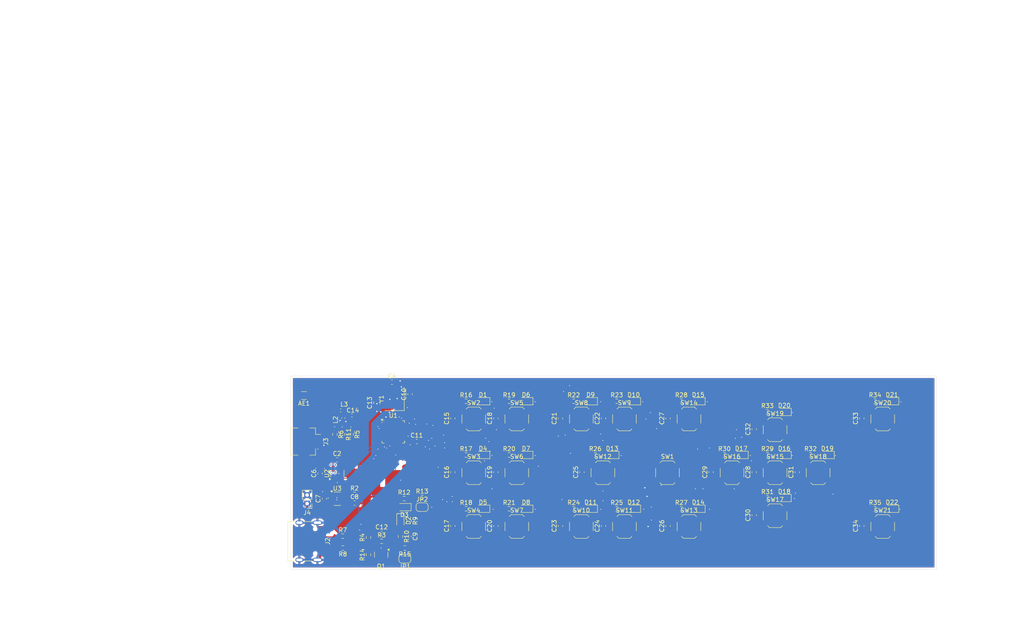
<source format=kicad_pcb>
(kicad_pcb (version 20241229) (generator "pcbnew") (generator_version "9.0")
  (layers (0 "F.Cu" signal) (4 "In1.Cu" signal) (6 "In2.Cu" signal) (2 "B.Cu" signal) (13 "F.Paste" user) (15 "B.Paste" user) (5 "F.SilkS" user "F.Silkscreen") (7 "B.SilkS" user "B.Silkscreen") (1 "F.Mask" user) (3 "B.Mask" user) (25 "Edge.Cuts" user))
  (net 0 "")
  (net 1 "Net-(AE1-FEED)")
  (net 2 "GND")
  (net 3 "/+3V3")
  (net 4 "Net-(U1-XTAL_P)")
  (net 5 "/+VBAT")
  (net 6 "/+VUSB")
  (net 7 "/BTN")
  (net 8 "Net-(U1-XTAL_N)")
  (net 9 "Net-(Q1-G)")
  (net 10 "/EN_VSENSE")
  (net 11 "Net-(U1-LNA_IN)")
  (net 12 "Net-(C14-Pad2)")
  (net 13 "Net-(C15-Pad2)")
  (net 14 "/GPIO10")
  (net 15 "Net-(C16-Pad2)")
  (net 16 "Net-(C17-Pad2)")
  (net 17 "Net-(C18-Pad2)")
  (net 18 "/GPIO12")
  (net 19 "Net-(C19-Pad2)")
  (net 20 "Net-(C20-Pad2)")
  (net 21 "Net-(C21-Pad2)")
  (net 22 "Net-(C22-Pad2)")
  (net 23 "Net-(C23-Pad2)")
  (net 24 "/GPIO13")
  (net 25 "Net-(C24-Pad2)")
  (net 26 "Net-(C25-Pad2)")
  (net 27 "Net-(C26-Pad2)")
  (net 28 "Net-(C27-Pad2)")
  (net 29 "/GPIO14")
  (net 30 "Net-(C28-Pad2)")
  (net 31 "Net-(C29-Pad2)")
  (net 32 "Net-(C30-Pad2)")
  (net 33 "/GPIO15")
  (net 34 "Net-(C31-Pad2)")
  (net 35 "Net-(C32-Pad2)")
  (net 36 "Net-(C33-Pad2)")
  (net 37 "Net-(C34-Pad2)")
  (net 38 "/LATCH_MX")
  (net 39 "/COL_1")
  (net 40 "/EN_LDO")
  (net 41 "/GPIO11")
  (net 42 "/COL_2")
  (net 43 "/COL_3")
  (net 44 "/COL_4")
  (net 45 "/GPIO19")
  (net 46 "Net-(J2-CC2)")
  (net 48 "/GPIO18")
  (net 50 "Net-(J2-CC1)")
  (net 51 "/GPIO02")
  (net 52 "/GPIO08")
  (net 53 "/GPIO09")
  (net 54 "Net-(JP1-A)")
  (net 55 "Net-(Q1-S)")
  (net 56 "Net-(U3-PROG)")
  (net 57 "/+VSENSE")
  (net 58 "/EN")
  (net 59 "/GPIO01")
  (net 60 "/GPIO00")
  (net 61 "/GPIO06")
  (net 62 "/GPIO07")
  (net 65 "Net-(R9-Pad1)")
  (footprint "Button_Switch_SMD:SW_Push_1P1T_XKB_TS-1187A" (layer "F.Cu") (at 127.5 140)
    (property "Reference" "SW11")
    (property "Value" "~")
  )
  (footprint "Diode_SMD:D_SOD-323" (layer "F.Cu") (at 76.3375 135.5 180)
    (property "Reference" "D3")
    (property "Value" "1N4148WS")
  )
  (footprint "Resistor_SMD:R_0603_1608Metric_Pad0.98x0.95mm_HandSolder" (layer "F.Cu") (at 150.7275 123.375)
    (property "Reference" "R30")
    (property "Value" "470R")
  )
  (footprint "Button_Switch_SMD:SW_Push_1P1T_XKB_TS-1187A" (layer "F.Cu") (at 172.5 127.5)
    (property "Reference" "SW18")
    (property "Value" "~")
  )
  (footprint "Resistor_SMD:R_0603_1608Metric_Pad0.98x0.95mm_HandSolder" (layer "F.Cu") (at 76.5 145 180)
    (property "Reference" "R15")
    (property "Value" "10k")
  )
  (footprint "Resistor_SMD:R_0603_1608Metric_Pad0.98x0.95mm_HandSolder" (layer "F.Cu") (at 115.7275 135.875)
    (property "Reference" "R24")
    (property "Value" "470R")
  )
  (footprint "Resistor_SMD:R_0603_1608Metric_Pad0.98x0.95mm_HandSolder" (layer "F.Cu") (at 90.7275 135.875)
    (property "Reference" "R18")
    (property "Value" "470R")
  )
  (footprint "Diode_SMD:D_SOD-323" (layer "F.Cu") (at 189.64 135.875 180)
    (property "Reference" "D22")
    (property "Value" "1N5819WS")
  )
  (footprint "Resistor_SMD:R_0603_1608Metric_Pad0.98x0.95mm_HandSolder" (layer "F.Cu") (at 185.7275 135.875)
    (property "Reference" "R35")
    (property "Value" "470R")
  )
  (footprint "Resistor_SMD:R_0603_1608Metric_Pad0.98x0.95mm_HandSolder" (layer "F.Cu") (at 125.7275 135.875)
    (property "Reference" "R25")
    (property "Value" "470R")
  )
  (footprint "Capacitor_SMD:C_0603_1608Metric_Pad1.08x0.95mm_HandSolder" (layer "F.Cu") (at 112.64 114.875 90)
    (property "Reference" "C21")
    (property "Value" "1nF")
  )
  (footprint "Resistor_SMD:R_0603_1608Metric_Pad0.98x0.95mm_HandSolder" (layer "F.Cu") (at 64 118.5775 -90)
    (property "Reference" "R5")
    (property "Value" "10k")
  )
  (footprint "Diode_SMD:D_SOD-323" (layer "F.Cu") (at 144.64 135.875 180)
    (property "Reference" "D14")
    (property "Value" "1N5819WS")
  )
  (footprint "Resistor_SMD:R_0603_1608Metric_Pad0.98x0.95mm_HandSolder" (layer "F.Cu") (at 125.7275 110.875)
    (property "Reference" "R23")
    (property "Value" "470R")
  )
  (footprint "Resistor_SMD:R_0603_1608Metric_Pad0.98x0.95mm_HandSolder" (layer "F.Cu") (at 76.3375 133.5)
    (property "Reference" "R12")
    (property "Value" "1M")
  )
  (footprint "Capacitor_SMD:C_0603_1608Metric_Pad1.08x0.95mm_HandSolder" (layer "F.Cu") (at 57.8 133.5425 90)
    (property "Reference" "C7")
    (property "Value" "1uF")
  )
  (footprint "Capacitor_SMD:C_0603_1608Metric_Pad1.08x0.95mm_HandSolder" (layer "F.Cu") (at 112.64 139.875 90)
    (property "Reference" "C23")
    (property "Value" "1nF")
  )
  (footprint "Resistor_SMD:R_0603_1608Metric_Pad0.98x0.95mm_HandSolder" (layer "F.Cu") (at 160.7275 113.375)
    (property "Reference" "R33")
    (property "Value" "470R")
  )
  (footprint "Connector_FFC-FPC:Hirose_FH12-6S-0.5SH_1x06-1MP_P0.50mm_Horizontal" (layer "F.Cu") (at 54.45 120.25 -90)
    (property "Reference" "J3")
    (property "Value" "FPC, 6P, P=0.5mm")
  )
  (footprint "Capacitor_SMD:C_0603_1608Metric_Pad1.08x0.95mm_HandSolder" (layer "F.Cu") (at 137.64 139.875 90)
    (property "Reference" "C26")
    (property "Value" "1nF")
  )
  (footprint "Button_Switch_SMD:SW_Push_1P1T_XKB_TS-1187A" (layer "F.Cu") (at 162.5 127.5)
    (property "Reference" "SW15")
    (property "Value" "~")
  )
  (footprint "Button_Switch_SMD:SW_Push_1P1T_XKB_TS-1187A" (layer "F.Cu") (at 152.5 127.5)
    (property "Reference" "SW16")
    (property "Value" "~")
  )
  (footprint "Capacitor_SMD:C_0603_1608Metric_Pad1.08x0.95mm_HandSolder" (layer "F.Cu") (at 60.75 124.5)
    (property "Reference" "C2")
    (property "Value" "1uF")
  )
  (footprint "Diode_SMD:D_SOD-323" (layer "F.Cu") (at 164.64 133.375 180)
    (property "Reference" "D18")
    (property "Value" "1N5819WS")
  )
  (footprint "Capacitor_SMD:C_0603_1608Metric_Pad1.08x0.95mm_HandSolder" (layer "F.Cu") (at 122.64 139.875 90)
    (property "Reference" "C24")
    (property "Value" "1nF")
  )
  (footprint "Diode_SMD:D_SOD-323" (layer "F.Cu") (at 119.64 110.875 180)
    (property "Reference" "D9")
    (property "Value" "1N5819WS")
  )
  (footprint "Resistor_SMD:R_0603_1608Metric_Pad0.98x0.95mm_HandSolder" (layer "F.Cu") (at 71.1 143.4375)
    (property "Reference" "R3")
    (property "Value" "1M")
  )
  (footprint "Package_TO_SOT_SMD:SOT-23" (layer "F.Cu") (at 71 146.5625 -90)
    (property "Reference" "Q1")
    (property "Value" "AO3401A")
  )
  (footprint "Resistor_SMD:R_0603_1608Metric_Pad0.98x0.95mm_HandSolder" (layer "F.Cu") (at 100.7275 110.875)
    (property "Reference" "R19")
    (property "Value" "470R")
  )
  (footprint "Resistor_SMD:R_0603_1608Metric_Pad0.98x0.95mm_HandSolder" (layer "F.Cu") (at 62.0875 145 180)
    (property "Reference" "R8")
    (property "Value" "5k1")
  )
  (footprint "Button_Switch_SMD:SW_Push_1P1T_XKB_TS-1187A" (layer "F.Cu") (at 142.5 140)
    (property "Reference" "SW13")
    (property "Value" "~")
  )
  (footprint "Button_Switch_SMD:SW_Push_1P1T_XKB_TS-1187A" (layer "F.Cu") (at 137.5 127.5)
    (property "Reference" "SW1")
    (property "Value" "~")
  )
  (footprint "Resistor_SMD:R_0603_1608Metric_Pad0.98x0.95mm_HandSolder" (layer "F.Cu") (at 80.5 133.25)
    (property "Reference" "R13")
    (property "Value" "10k")
  )
  (footprint "Resistor_SMD:R_0603_1608Metric_Pad0.98x0.95mm_HandSolder" (layer "F.Cu") (at 100.7275 123.375)
    (property "Reference" "R20")
    (property "Value" "470R")
  )
  (footprint "Capacitor_SMD:C_0603_1608Metric_Pad1.08x0.95mm_HandSolder" (layer "F.Cu") (at 77.4875 142.3125 -90)
    (property "Reference" "C9")
    (property "Value" "1uF")
  )
  (footprint "Resistor_SMD:R_0603_1608Metric_Pad0.98x0.95mm_HandSolder" (layer "F.Cu") (at 64.8 132.5425)
    (property "Reference" "R2")
    (property "Value" "47k")
  )
  (footprint "Diode_SMD:D_SOD-323" (layer "F.Cu") (at 94.64 135.875 180)
    (property "Reference" "D5")
    (property "Value" "1N5819WS")
  )
  (footprint "Diode_SMD:D_SOD-323" (layer "F.Cu") (at 124.64 123.375 180)
    (property "Reference" "D13")
    (property "Value" "1N5819WS")
  )
  (footprint "Capacitor_SMD:C_0603_1608Metric_Pad1.08x0.95mm_HandSolder" (layer "F.Cu") (at 97.64 139.875 90)
    (property "Reference" "C20")
    (property "Value" "1nF")
  )
  (footprint "Capacitor_SMD:C_0603_1608Metric_Pad1.08x0.95mm_HandSolder" (layer "F.Cu") (at 73.5 106.45)
    (property "Reference" "C4")
    (property "Value" "20pF")
  )
  (footprint "Diode_SMD:D_SOD-323" (layer "F.Cu") (at 129.64 110.875 180)
    (property "Reference" "D10")
    (property "Value" "1N5819WS")
  )
  (footprint "Capacitor_SMD:C_0603_1608Metric_Pad1.08x0.95mm_HandSolder" (layer "F.Cu") (at 157.64 127.375 90)
    (property "Reference" "C28")
    (property "Value" "1nF")
  )
  (footprint "Capacitor_SMD:C_0603_1608Metric_Pad1.08x0.95mm_HandSolder" (layer "F.Cu") (at 117.64 127.375 90)
    (property "Reference" "C25")
    (property "Value" "1nF")
  )
  (footprint "Diode_SMD:D_SOD-323" (layer "F.Cu") (at 104.64 123.375 180)
    (property "Reference" "D7")
    (property "Value" "1N5819WS")
  )
  (footprint "Capacitor_SMD:C_0603_1608Metric_Pad1.08x0.95mm_HandSolder" (layer "F.Cu") (at 77.7 109.25 90)
    (property "Reference" "C10")
    (property "Value" "20pF")
  )
  (footprint "Resistor_SMD:R_0603_1608Metric_Pad0.98x0.95mm_HandSolder" (layer "F.Cu") (at 77.4875 138.675 -90)
    (property "Reference" "R9")
    (property "Value" "1k")
  )
  (footprint "Capacitor_SMD:C_0603_1608Metric_Pad1.08x0.95mm_HandSolder" (layer "F.Cu") (at 157.64 117.375 90)
    (property "Reference" "C32")
    (property "Value" "1nF")
  )
  (footprint "Diode_SMD:D_SOD-323" (layer "F.Cu") (at 154.64 123.375 180)
    (property "Reference" "D17")
    (property "Value" "1N5819WS")
  )
  (footprint "Button_Switch_SMD:SW_Push_1P1T_XKB_TS-1187A" (layer "F.Cu") (at 162.5 137.5)
    (property "Reference" "SW17")
    (property "Value" "~")
  )
  (footprint "Diode_SMD:D_SOD-323" (layer "F.Cu") (at 144.64 110.875 180)
    (property "Reference" "D15")
    (property "Value" "1N5819WS")
  )
  (footprint "Capacitor_SMD:C_0603_1608Metric_Pad1.08x0.95mm_HandSolder" (layer "F.Cu") (at 147.64 127.375 90)
    (property "Reference" "C29")
    (property "Value" "1nF")
  )
  (footprint "Package_TO_SOT_SMD:SOT-23-5" (layer "F.Cu") (at 60.8 133.5425)
    (property "Reference" "U3")
    (property "Value" "BRCL4054BME")
  )
  (footprint "Button_Switch_SMD:SW_Push_1P1T_XKB_TS-1187A" (layer "F.Cu") (at 117.5 115)
    (property "Reference" "SW8")
    (property "Value" "~")
  )
  (footprint "Jumper:SolderJumper-2_P1.3mm_Bridged_RoundedPad1.0x1.5mm" (layer "F.Cu") (at 80.5 135.5)
    (property "Reference" "JP2")
    (property "Value" "Bridged")
  )
  (footprint "Button_Switch_SMD:SW_Push_1P1T_XKB_TS-1187A" (layer "F.Cu") (at 117.5 140)
    (property "Reference" "SW10")
    (property "Value" "~")
  )
  (footprint "Diode_SMD:D_SOD-323" (layer "F.Cu") (at 94.64 123.375 180)
    (property "Reference" "D4")
    (property "Value" "1N5819WS")
  )
  (footprint "Resistor_SMD:R_0603_1608Metric_Pad0.98x0.95mm_HandSolder" (layer "F.Cu") (at 90.7275 123.375)
    (property "Reference" "R17")
    (property "Value" "470R")
  )
  (footprint "Inductor_SMD:L_0402_1005Metric_Pad0.77x0.64mm_HandSolder" (layer "F.Cu") (at 61.5725 113 180)
    (property "Reference" "L3")
    (property "Value" "3.3nH")
  )
  (footprint "Diode_SMD:D_SOD-323" (layer "F.Cu") (at 164.64 123.375 180)
    (property "Reference" "D16")
    (property "Value" "1N5819WS")
  )
  (footprint "Capacitor_SMD:C_0805_2012Metric_Pad1.18x1.45mm_HandSolder" (layer "F.Cu") (at 70 111.25 90)
    (property "Reference" "C13")
    (property "Value" "10uF")
  )
  (footprint "Capacitor_SMD:C_0603_1608Metric_Pad1.08x0.95mm_HandSolder" (layer "F.Cu") (at 182.64 139.875 90)
    (property "Reference" "C34")
    (property "Value" "1nF")
  )
  (footprint "Crystal:Crystal_SMD_3225-4Pin_3.2x2.5mm_HandSoldering" (layer "F.Cu") (at 74.1 110.35 90)
    (property "Reference" "Y1")
    (property "Value" "40MHz")
  )
  (footprint "Diode_SMD:D_SOD-323" (layer "F.Cu") (at 104.64 135.875 180)
    (property "Reference" "D8")
    (property "Value" "1N5819WS")
  )
  (footprint "Button_Switch_SMD:SW_Push_1P1T_XKB_TS-1187A" (layer "F.Cu") (at 102.5 115)
    (property "Reference" "SW5")
    (property "Value" "~")
  )
  (footprint "Inductor_SMD:L_1206_3216Metric_Pad1.42x1.75mm_HandSolder" (layer "F.Cu") (at 53.0625 109.55 180)
    (property "Reference" "AE1")
    (property "Value" "2.4GHz chip ant")
  )
  (footprint "Jumper:SolderJumper-2_P1.3mm_Bridged_RoundedPad1.0x1.5mm" (layer "F.Cu") (at 76.5 147.5 180)
    (property "Reference" "JP1")
    (property "Value" "Bridged")
  )
  (footprint "Button_Switch_SMD:SW_Push_1P1T_XKB_TS-1187A" (layer "F.Cu") (at 162.5 117.5)
    (property "Reference" "SW19")
    (property "Value" "~")
  )
  (footprint "Diode_SMD:D_SOD-323" (layer "F.Cu") (at 75.4625 138.62 -90)
    (property "Reference" "D2")
    (property "Value" "1N4148WS")
  )
  (footprint "Capacitor_SMD:C_0603_1608Metric_Pad1.08x0.95mm_HandSolder" (layer "F.Cu") (at 137.64 114.875 90)
    (property "Reference" "C27")
    (property "Value" "1nF")
  )
  (footprint "Diode_SMD:D_SOD-323" (layer "F.Cu") (at 119.64 135.875 180)
    (property "Reference" "D11")
    (property "Value" "1N5819WS")
  )
  (footprint "Resistor_SMD:R_0603_1608Metric_Pad0.98x0.95mm_HandSolder" (layer "F.Cu") (at 60.25 118.5775 -90)
    (property "Reference" "R6")
    (property "Value" "10k")
  )
  (footprint "Diode_SMD:D_SOD-323" (layer "F.Cu") (at 174.64 123.375 180)
    (property "Reference" "D19")
    (property "Value" "1N5819WS")
  )
  (footprint "Capacitor_SMD:C_0603_1608Metric_Pad1.08x0.95mm_HandSolder" (layer "F.Cu") (at 71.1 141.5625)
    (property "Reference" "C12")
    (property "Value" "100nF")
  )
  (footprint "Package_TO_SOT_SMD:SOT-23-5" (layer "F.Cu") (at 60.8 127.68 90)
    (property "Reference" "U2")
    (property "Value" "MIC5504-3.3YM5")
  )
  (footprint "Button_Switch_SMD:SW_Push_1P1T_XKB_TS-1187A" (layer "F.Cu") (at 102.5 140)
    (property "Reference" "SW7")
    (property "Value" "~")
  )
  (footprint "Resistor_SMD:R_0603_1608Metric_Pad0.98x0.95mm_HandSolder" (layer "F.Cu") (at 68.05 142.5625 90)
    (property "Reference" "R4")
    (property "Value" "100k")
  )
  (footprint "Resistor_SMD:R_0603_1608Metric_Pad0.98x0.95mm_HandSolder" (layer "F.Cu") (at 120.7275 123.375)
    (property "Reference" "R26")
    (property "Value" "470R")
  )
  (footprint "Resistor_SMD:R_0603_1608Metric_Pad0.98x0.95mm_HandSolder" (layer "F.Cu") (at 90.7275 110.875)
    (property "Reference" "R16")
    (property "Value" "470R")
  )
  (footprint "Resistor_SMD:R_0603_1608Metric_Pad0.98x0.95mm_HandSolder" (layer "F.Cu") (at 170.7275 123.375)
    (property "Reference" "R32")
    (property "Value" "470R")
  )
  (footprint "Resistor_SMD:R_0603_1608Metric_Pad0.98x0.95mm_HandSolder" (layer "F.Cu") (at 75.4875 142.3125 -90)
    (property "Reference" "R10")
    (property "Value" "10k")
  )
  (footprint "Capacitor_SMD:C_0603_1608Metric_Pad1.08x0.95mm_HandSolder" (layer "F.Cu") (at 87.64 127.375 90)
    (property "Reference" "C16")
    (property "Value" "1nF")
  )
  (footprint "Resistor_SMD:R_0603_1608Metric_Pad0.98x0.95mm_HandSolder" (layer "F.Cu") (at 160.7275 123.375)
    (property "Reference" "R29")
    (property "Value" "470R")
  )
  (footprint "Button_Switch_SMD:SW_Push_1P1T_XKB_TS-1187A" (layer "F.Cu") (at 102.5 127.5)
    (property "Reference" "SW6")
    (property "Value" "~")
  )
  (footprint "Package_DFN_QFN:QFN-32-1EP_5x5mm_P0.5mm_EP3.7x3.7mm" (layer "F.Cu") (at 73.8 118)
    (property "Reference" "U1")
    (property "Value" "ESP32-C3")
  )
  (footprint "Capacitor_SMD:C_0603_1608Metric_Pad1.08x0.95mm_HandSolder" (layer "F.Cu") (at 122.64 114.875 90)
    (property "Reference" "C22")
    (property "Value" "1nF")
  )
  (footprint "Diode_SMD:D_SOD-323" (layer "F.Cu") (at 189.64 110.875 180)
    (property "Reference" "D21")
    (property "Value" "1N5819WS")
  )
  (footprint "Capacitor_SMD:C_0603_1608Metric_Pad1.08x0.95mm_HandSolder" (layer "F.Cu") (at 87.64 114.875 90)
    (property "Reference" "C15")
    (property "Value" "1nF")
  )
  (footprint "Button_Switch_SMD:SW_Push_1P1T_XKB_TS-1187A" (layer "F.Cu") (at 187.5 115)
    (property "Reference" "SW20")
    (property "Value" "~")
  )
  (footprint "Capacitor_SMD:C_0603_1608Metric_Pad1.08x0.95mm_HandSolder" (layer "F.Cu") (at 79.25 120.25)
    (property "Reference" "C11")
    (property "Value" "100nF")
  )
  (footprint "Capacitor_SMD:C_0603_1608Metric_Pad1.08x0.95mm_HandSolder" (layer "F.Cu") (at 64.8 134.5425)
    (property "Reference" "C8")
    (property "Value" "1uF")
  )
  (footprint "Connector_USB:USB_C_Receptacle_G-Switch_GT-USB-7010ASV" (layer "F.Cu") (at 53.075 143.43 -90)
    (property "Reference" "J2")
    (property "Value" "USB_C_Receptacle_USB2.0_16P")
  )
  (footprint "Resistor_SMD:R_0603_1608Metric_Pad0.98x0.95mm_HandSolder" (layer "F.Cu") (at 140.7275 135.875)
    (property "Reference" "R27")
    (property "Value" "470R")
  )
  (footprint "Capacitor_SMD:C_0603_1608Metric_Pad1.08x0.95mm_HandSolder" (layer "F.Cu") (at 157.64 137.375 90)
    (property "Reference" "C30")
    (property "Value" "1nF")
  )
  (footprint "Capacitor_SMD:C_0603_1608Metric_Pad1.08x0.95mm_HandSolder" (layer "F.Cu") (at 87.64 139.875 90)
    (property "Reference" "C17")
    (property "Value" "1nF")
  )
  (footprint "Button_Switch_SMD:SW_Push_1P1T_XKB_TS-1187A" (layer "F.Cu") (at 92.5 115)
    (property "Reference" "SW2")
    (property "Value" "~")
  )
  (footprint "Resistor_SMD:R_0603_1608Metric_Pad0.98x0.95mm_HandSolder" (layer "F.Cu") (at 115.7275 110.875)
    (property "Reference" "R22")
    (property "Value" "470R")
  )
  (footprint "Resistor_SMD:R_0603_1608Metric_Pad0.98x0.95mm_HandSolder" (layer "F.Cu") (at 185.7275 110.875)
    (property "Reference" "R34")
    (property "Value" "470R")
  )
  (footprint "Button_Switch_SMD:SW_Push_1P1T_XKB_TS-1187A" (layer "F.Cu") (at 142.5 115)
    (property "Reference" "SW14")
    (property "Value" "~")
  )
  (footprint "Capacitor_SMD:C_0603_1608Metric_Pad1.08x0.95mm_HandSolder" (layer "F.Cu") (at 97.64 114.875 90)
    (property "Reference" "C18")
    (property "Value" "1nF")
  )
  (footprint "Button_Switch_SMD:SW_Push_1P1T_XKB_TS-1187A" (layer "F.Cu") (at 92.5 140)
    (property "Reference" "SW4")
    (property "Value" "~")
  )
  (footprint "Capacitor_SMD:C_0402_1005Metric_Pad0.74x0.62mm_HandSolder" (layer "F.Cu") (at 64.2 114.2 180)
    (property "Reference" "C14")
    (property "Value" "1.2pF")
  )
  (footprint "Connector_PinHeader_2.00mm:PinHeader_1x02_P2.00mm_Vertical" (layer "F.Cu") (at 53.8 134.68 180)
    (property "Reference" "J4")
    (property "Value" "Conn_01x02")
  )
  (footprint "Resistor_SMD:R_0603_1608Metric_Pad0.98x0.95mm_HandSolder" (layer "F.Cu") (at 160.7275 133.375)
    (property "Reference" "R31")
    (property "Value" "470R")
  )
  (footprint "Resistor_SMD:R_0603_1608Metric_Pad0.98x0.95mm_HandSolder" (layer "F.Cu") (at 62.0875 142.25)
    (property "Reference" "R7")
    (property "Value" "5k1")
  )
  (footprint "Resistor_SMD:R_0603_1608Metric_Pad0.98x0.95mm_HandSolder" (layer "F.Cu") (at 62 118.5775 -90)
    (property "Reference" "R11")
    (property "Value" "10k")
  )
  (footprint "Inductor_SMD:L_0402_1005Metric_Pad0.77x0.64mm_HandSolder" (layer "F.Cu") (at 62.2 114.8 -90)
    (property "Reference" "L2")
    (property "Value" "2.7nH")
  )
  (footprint "Button_Switch_SMD:SW_Push_1P1T_XKB_TS-1187A" (layer "F.Cu") (at 92.5 127.5)
    (property "Reference" "SW3")
    (property "Value" "~")
  )
  (footprint "Button_Switch_SMD:SW_Push_1P1T_XKB_TS-1187A" (layer "F.Cu") (at 127.5 115)
    (property "Reference" "SW9")
    (property "Value" "~")
  )
  (footprint "Capacitor_SMD:C_0603_1608Metric_Pad1.08x0.95mm_HandSolder" (layer "F.Cu") (at 97.64 127.375 90)
    (property "Reference" "C19")
    (property "Value" "1nF")
  )
  (footprint "Resistor_SMD:R_0603_1608Metric_Pad0.98x0.95mm_HandSolder" (layer "F.Cu") (at 68.05 146.5625 90)
    (property "Reference" "R14")
    (property "Value" "100k")
  )
  (footprint "Capacitor_SMD:C_0603_1608Metric_Pad1.08x0.95mm_HandSolder" (layer "F.Cu") (at 182.64 114.875 90)
    (property "Reference" "C33")
    (property "Value" "1nF")
  )
  (footprint "Diode_SMD:D_SOD-323" (layer "F.Cu") (at 164.64 113.375 180)
    (property "Reference" "D20")
    (property "Value" "1N5819WS")
  )
  (footprint "Diode_SMD:D_SOD-323" (layer "F.Cu") (at 104.64 110.875 180)
    (property "Reference" "D6")
    (property "Value" "1N5819WS")
  )
  (footprint "Diode_SMD:D_SOD-323" (layer "F.Cu") (at 129.64 135.875 180)
    (property "Reference" "D12")
    (property "Value" "1N5819WS")
  )
  (footprint "Diode_SMD:D_SOD-323" (layer "F.Cu") (at 94.64 110.875 180)
    (property "Reference" "D1")
    (property "Value" "1N5819WS")
  )
  (footprint "Button_Switch_SMD:SW_Push_1P1T_XKB_TS-1187A" (layer "F.Cu") (at 122.5 127.5)
    (property "Reference" "SW12")
    (property "Value" "~")
  )
  (footprint "Capacitor_SMD:C_0603_1608Metric_Pad1.08x0.95mm_HandSolder" (layer "F.Cu") (at 56.8 127.68 90)
    (property "Reference" "C6")
    (property "Value" "1uF")
  )
  (footprint "Button_Switch_SMD:SW_Push_1P1T_XKB_TS-1187A" (layer "F.Cu") (at 187.5 140)
    (property "Reference" "SW21")
    (property "Value" "~")
  )
  (footprint "Resistor_SMD:R_0603_1608Metric_Pad0.98x0.95mm_HandSolder" (layer "F.Cu") (at 100.7275 135.875)
    (property "Reference" "R21")
    (property "Value" "470R")
  )
  (footprint "Capacitor_SMD:C_0603_1608Metric_Pad1.08x0.95mm_HandSolder" (layer "F.Cu") (at 167.64 127.375 90)
    (property "Reference" "C31")
    (property "Value" "1nF")
  )
  (footprint "Resistor_SMD:R_0603_1608Metric_Pad0.98x0.95mm_HandSolder" (layer "F.Cu") (at 140.7275 110.875)
    (property "Reference" "R28")
    (property "Value" "470R")
  )
  (gr_line (start 200 105) (end 200 150) (stroke (width 0.05)) (layer "Edge.Cuts"))
  (gr_line (start 50 150) (end 50 105) (stroke (width 0.05)) (layer "Edge.Cuts"))
  (gr_line (start 50 105) (end 200 105) (stroke (width 0.05)) (layer "Edge.Cuts"))
  (gr_line (start 200 150) (end 50 150) (stroke (width 0.05)) (layer "Edge.Cuts"))
  (segment (start 58 113) (end 54.55 109.55) (width 0.2) (layer "F.Cu") (net 1))
  (segment (start 61 113) (end 58 113) (width 0.2) (layer "F.Cu") (net 1))
  (segment (start 57.693413 121.106587) (end 57.293413 121.106587) (width 0.2) (layer "F.Cu") (net 2))
  (segment (start 56.8 126.8175) (end 57.4825 126.8175) (width 0.15) (layer "F.Cu") (net 2))
  (segment (start 57.293413 121.106587) (end 57.186826 121) (width 0.2) (layer "F.Cu") (net 2))
  (segment (start 57.98 132.68) (end 58.7 133.4) (width 0.15) (layer "F.Cu") (net 2))
  (segment (start 75.25 108.9) (end 74.7 109.45) (width 0.15) (layer "F.Cu") (net 2))
  (segment (start 59.6625 133.5425) (end 58.8425 133.5425) (width 0.15) (layer "F.Cu") (net 2))
  (segment (start 57.4825 126.8175) (end 57.8 126.5) (width 0.15) (layer "F.Cu") (net 2))
  (segment (start 72.95 111.8) (end 72.95 113.4) (width 0.15) (layer "F.Cu") (net 2))
  (segment (start 74.7 109.45) (end 74.7 110.249998) (width 0.15) (layer "F.Cu") (net 2))
  (segment (start 75.25 108) (end 75.25 108.9) (width 0.15) (layer "F.Cu") (net 2))
  (segment (start 77.7 108.3875) (end 76.7625 108.3875) (width 0.15) (layer "F.Cu") (net 2))
  (segment (start 56.1175 126.8175) (end 55.8 126.5) (width 0.15) (layer "F.Cu") (net 2))
  (segment (start 75.1 106.45) (end 75.4 106.15) (width 0.15) (layer "F.Cu") (net 2))
  (segment (start 62.2275 115.6) (end 62.2 115.5725) (width 0.2) (layer "F.Cu") (net 2))
  (segment (start 58.8425 133.5425) (end 58.7 133.4) (width 0.15) (layer "F.Cu") (net 2))
  (segment (start 56.8 126.8175) (end 56.1175 126.8175) (width 0.15) (layer "F.Cu") (net 2))
  (segment (start 59.6625 133.5425) (end 60.4425 133.5425) (width 0.15) (layer "F.Cu") (net 2))
  (segment (start 62.8 115.6) (end 62.2275 115.6) (width 0.2) (layer "F.Cu") (net 2))
  (segment (start 60.8 128.1) (end 61.2 127.7) (width 0.15) (layer "F.Cu") (net 2))
  (segment (start 74.3625 106.45) (end 75.1 106.45) (width 0.15) (layer "F.Cu") (net 2))
  (segment (start 72.95 111.8) (end 72.95 110.5) (width 0.15) (layer "F.Cu") (net 2))
  (segment (start 72.95 110.5) (end 73 110.45) (width 0.15) (layer "F.Cu") (net 2))
  (segment (start 75.7 107.55) (end 75.25 108) (width 0.15) (layer "F.Cu") (net 2))
  (segment (start 57.186826 121) (end 56.3 121) (width 0.2) (layer "F.Cu") (net 2))
  (segment (start 60.8 128.8175) (end 60.8 129.8) (width 0.15) (layer "F.Cu") (net 2))
  (segment (start 60.4425 133.5425) (end 60.7 133.8) (width 0.15) (layer "F.Cu") (net 2))
  (segment (start 60.4575 133.5425) (end 60.7 133.3) (width 0.15) (layer "F.Cu") (net 2))
  (segment (start 60.8 128.8175) (end 60.8 128.1) (width 0.15) (layer "F.Cu") (net 2))
  (segment (start 76.7625 108.3875) (end 76.6 108.55) (width 0.15) (layer "F.Cu") (net 2))
  (segment (start 61.4275 115.3725) (end 62.2 115.3725) (width 0.2) (layer "F.Cu") (net 2))
  (segment (start 72.95 113.4) (end 72.9 113.45) (width 0.15) (layer "F.Cu") (net 2))
  (segment (start 57.8 132.3) (end 57.4 131.9) (width 0.15) (layer "F.Cu") (net 2))
  (segment (start 57.8 132.68) (end 57.98 132.68) (width 0.15) (layer "F.Cu") (net 2))
  (segment (start 62.2 115.5725) (end 62.2 115.3725) (width 0.2) (layer "F.Cu") (net 2))
  (segment (start 59.6625 133.5425) (end 60.4575 133.5425) (width 0.15) (layer "F.Cu") (net 2))
  (segment (start 57.8 132.68) (end 57.8 132.3) (width 0.15) (layer "F.Cu") (net 2))
  (via (at 74.7 110.249998) (size 0.6) (drill 0.3) (layers "F.Cu" "B.Cu") (net 2))
  (via (at 61.2 127.7) (size 0.4) (drill 0.2) (layers "F.Cu" "B.Cu") (net 2))
  (via (at 75.7 107.55) (size 0.6) (drill 0.3) (layers "F.Cu" "B.Cu") (net 2))
  (via (at 76.6 108.55) (size 0.6) (drill 0.3) (layers "F.Cu" "B.Cu") (net 2))
  (via (at 72.9 113.45) (size 0.6) (drill 0.3) (layers "F.Cu" "B.Cu") (net 2))
  (via (at 55.8 126.5) (size 0.4) (drill 0.2) (layers "F.Cu" "B.Cu") (net 2))
  (via (at 60.8 129.8) (size 0.4) (drill 0.2) (layers "F.Cu" "B.Cu") (net 2))
  (via (at 57.8 126.5) (size 0.4) (drill 0.2) (layers "F.Cu" "B.Cu") (net 2))
  (via (at 73 110.45) (size 0.6) (drill 0.3) (layers "F.Cu" "B.Cu") (net 2))
  (via (at 75.4 106.15) (size 0.6) (drill 0.3) (layers "F.Cu" "B.Cu") (net 2))
  (via (at 60.7 133.3) (size 0.4) (drill 0.2) (layers "F.Cu" "B.Cu") (net 2))
  (via (at 57.4 131.9) (size 0.4) (drill 0.2) (layers "F.Cu" "B.Cu") (net 2))
  (via (at 57.693413 121.106587) (size 0.6) (drill 0.3) (layers "F.Cu" "B.Cu") (net 2))
  (via (at 62.8 115.6) (size 0.6) (drill 0.3) (layers "F.Cu" "B.Cu") (net 2))
  (via (at 61.4275 115.3725) (size 0.6) (drill 0.3) (layers "F.Cu" "B.Cu") (net 2))
  (via (at 60.7 133.8) (size 0.4) (drill 0.2) (layers "F.Cu" "B.Cu") (net 2))
  (via (at 58.7 133.4) (size 0.4) (drill 0.2) (layers "F.Cu" "B.Cu") (net 2))
  (segment (start 59.5 125.7) (end 59.85 126.05) (width 0.15) (layer "F.Cu") (net 3))
  (segment (start 56.3 122) (end 56.3 121.5) (width 0.15) (layer "F.Cu") (net 3))
  (segment (start 76.25 119.75) (end 76.25 120) (width 0.15) (layer "F.Cu") (net 3))
  (segment (start 59.85 126.5425) (end 59.85 126.95) (width 0.15) (layer "F.Cu") (net 3))
  (segment (start 64 117.665) (end 64 116.89) (width 0.15) (layer "F.Cu") (net 3))
  (segment (start 70 112.45) (end 70.9 113.35) (width 0.15) (layer "F.Cu") (net 3))
  (segment (start 78.3875 120.25) (end 76.5 120.25) (width 0.15) (layer "F.Cu") (net 3))
  (segment (start 72.05 114.6) (end 72.1 114.55) (width 0.15) (layer "F.Cu") (net 3))
  (segment (start 76.25 120) (end 76.5 120.25) (width 0.15) (layer "F.Cu") (net 3))
  (segment (start 59.8875 124.5) (end 59.8875 125.3125) (width 0.15) (layer "F.Cu") (net 3))
  (segment (start 59.8875 125.3125) (end 59.5 125.7) (width 0.15) (layer "F.Cu") (net 3))
  (segment (start 72.55 115.55) (end 72.55 115) (width 0.15) (layer "F.Cu") (net 3))
  (segment (start 59.85 126.05) (end 59.85 126.5425) (width 0.15) (layer "F.Cu") (net 3))
  (segment (start 71.35 116.75) (end 70.25 116.75) (width 0.15) (layer "F.Cu") (net 3))
  (segment (start 70 112.2875) (end 70 112.45) (width 0.15) (layer "F.Cu") (net 3))
  (segment (start 60.2 125.7) (end 59.85 126.05) (width 0.15) (layer "F.Cu") (net 3))
  (segment (start 70 113.25) (end 70 112.2875) (width 0.15) (layer "F.Cu") (net 3))
  (segment (start 78.3875 120.3625) (end 77.75 121) (width 0.15) (layer "F.Cu") (net 3))
  (segment (start 60.25 117.665) (end 60.25 116.89) (width 0.15) (layer "F.Cu") (net 3))
  (segment (start 72.05 115.55) (end 72.05 114.6) (width 0.15) (layer "F.Cu") (net 3))
  (segment (start 72.55 115) (end 72.1 114.55) (width 0.15) (layer "F.Cu") (net 3))
  (segment (start 70 111.45) (end 70 112.2875) (width 0.15) (layer "F.Cu") (net 3))
  (segment (start 78.3875 120.25) (end 78.3875 120.3625) (width 0.15) (layer "F.Cu") (net 3))
  (segment (start 70 112.45) (end 72.1 114.55) (width 0.15) (layer "F.Cu") (net 3))
  (segment (start 62 117.665) (end 62 116.89) (width 0.15) (layer "F.Cu") (net 3))
  (segment (start 62 116.89) (end 61.95 116.84) (width 0.15) (layer "F.Cu") (net 3))
  (segment (start 59.85 126.5425) (end 59.85 126.959322) (width 0.15) (layer "F.Cu") (net 3))
  (segment (start 59.85 126.95) (end 59.4 127.4) (width 0.15) (layer "F.Cu") (net 3))
  (segment (start 59.85 126.959322) (end 60.25339 127.362712) (width 0.15) (layer "F.Cu") (net 3))
  (segment (start 64 116.89) (end 63.95 116.84) (width 0.15) (layer "F.Cu") (net 3))
  (segment (start 73.05 120.45) (end 73.05 121.2) (width 0.15) (layer "F.Cu") (net 3))
  (segment (start 73.05 121.2) (end 73 121.25) (width 0.15) (layer "F.Cu") (net 3))
  (segment (start 71.35 117.25) (end 70.5 117.25) (width 0.15) (layer "F.Cu") (net 3))
  (segment (start 60.25 116.89) (end 60.2 116.84) (width 0.15) (layer "F.Cu") (net 3))
  (via (at 70.5 117.25) (size 0.4) (drill 0.2) (layers "F.Cu" "B.Cu") (net 3))
  (via (at 73 121.25) (size 0.4) (drill 0.2) (layers "F.Cu" "B.Cu") (net 3))
  (via (at 76.5 120.25) (size 0.4) (drill 0.2) (layers "F.Cu" "B.Cu") (net 3))
  (via (at 60.2 125.7) (size 0.6) (drill 0.3) (layers "F.Cu" "B.Cu") (net 3))
  (via (at 70.25 116.75) (size 0.4) (drill 0.2) (layers "F.Cu" "B.Cu") (net 3))
  (via (at 60.25339 127.362712) (size 0.6) (drill 0.3) (layers "F.Cu" "B.Cu") (net 3))
  (via (at 70 113.25) (size 0.6) (drill 0.3) (layers "F.Cu" "B.Cu") (net 3))
  (via (at 61.95 116.84) (size 0.4) (drill 0.2) (layers "F.Cu" "B.Cu") (net 3))
  (via (at 77.75 121) (size 0.4) (drill 0.2) (layers "F.Cu" "B.Cu") (net 3))
  (via (at 59.5 125.7) (size 0.6) (drill 0.3) (layers "F.Cu" "B.Cu") (net 3))
  (via (at 70 111.45) (size 0.6) (drill 0.3) (layers "F.Cu" "B.Cu") (net 3))
  (via (at 60.2 116.84) (size 0.4) (drill 0.2) (layers "F.Cu" "B.Cu") (net 3))
  (via (at 63.95 116.84) (size 0.4) (drill 0.2) (layers "F.Cu" "B.Cu") (net 3))
  (via (at 72.1 114.55) (size 0.6) (drill 0.3) (layers "F.Cu" "B.Cu") (net 3))
  (via (at 59.4 127.4) (size 0.6) (drill 0.3) (layers "F.Cu" "B.Cu") (net 3))
  (via (at 70.9 113.35) (size 0.6) (drill 0.3) (layers "F.Cu" "B.Cu") (net 3))
  (via (at 56.3 122) (size 0.4) (drill 0.2) (layers "F.Cu" "B.Cu") (net 3))
  (segment (start 72.95 108.9) (end 71.774 110.076) (width 0.15) (layer "F.Cu") (net 4))
  (segment (start 71.774 110.076) (end 71.774 113.324) (width 0.15) (layer "F.Cu") (net 4))
  (segment (start 71.774 113.324) (end 73.05 114.6) (width 0.15) (layer "F.Cu") (net 4))
  (segment (start 72.6375 106.45) (end 72.6375 108.5875) (width 0.15) (layer "F.Cu") (net 4))
  (segment (start 72.6375 108.5875) (end 72.95 108.9) (width 0.15) (layer "F.Cu") (net 4))
  (segment (start 73.05 114.6) (end 73.05 115.55) (width 0.15) (layer "F.Cu") (net 4))
  (segment (start 135.525 130.4) (end 134.5 129.375) (width 0.5) (layer "F.Cu") (net 5))
  (segment (start 55.448 120.5) (end 55.324 120.624) (width 0.15) (layer "F.Cu") (net 5))
  (segment (start 137.025 129.375) (end 136 130.4) (width 0.15) (layer "F.Cu") (net 5))
  (segment (start 56.3 120.5) (end 55.448 120.5) (width 0.15) (layer "F.Cu") (net 5))
  (segment (start 133.75 138.5) (end 133.75 135.5) (width 0.5) (layer "F.Cu") (net 5))
  (segment (start 71 145) (end 71 144.25) (width 0.15) (layer "F.Cu") (net 5))
  (segment (start 71 144.25) (end 70.1875 143.4375) (width 0.15) (layer "F.Cu") (net 5))
  (segment (start 55.324 120.624) (end 55.324 127.0665) (width 0.15) (layer "F.Cu") (net 5))
  (segment (start 55.324 127.0665) (end 56.8 128.5425) (width 0.15) (layer "F.Cu") (net 5))
  (segment (start 71 147.5) (end 71 145) (width 0.15) (layer "F.Cu") (net 5))
  (segment (start 136 130.4) (end 135.525 130.4) (width 0.5) (layer "F.Cu") (net 5))
  (segment (start 140.5 129.375) (end 137.025 129.375) (width 0.15) (layer "F.Cu") (net 5))
  (via (at 133.75 135.5) (size 0.4) (drill 0.2) (layers "F.Cu" "B.Cu") (net 5))
  (via (at 71 145) (size 0.4) (drill 0.2) (layers "F.Cu" "B.Cu") (net 5))
  (via (at 133.75 138.5) (size 0.4) (drill 0.2) (layers "F.Cu" "B.Cu") (net 5))
  (via (at 136 130.4) (size 0.4) (drill 0.2) (layers "F.Cu" "B.Cu") (net 5))
  (segment (start 133.8 144) (end 133.8 138.55) (width 0.5) (layer "B.Cu") (net 5))
  (segment (start 71 145) (end 71 145.2) (width 0.15) (layer "B.Cu") (net 5))
  (segment (start 133.75 132.25) (end 135.6 130.4) (width 0.5) (layer "B.Cu") (net 5))
  (segment (start 135.6 130.4) (end 136 130.4) (width 0.5) (layer "B.Cu") (net 5))
  (segment (start 53.8 134.68) (end 54.88 134.68) (width 0.5) (layer "B.Cu") (net 5))
  (segment (start 133.8 138.55) (end 133.75 138.5) (width 0.5) (layer "B.Cu") (net 5))
  (segment (start 133.75 135.5) (end 133.75 132.25) (width 0.5) (layer "B.Cu") (net 5))
  (segment (start 70.6 145.6) (end 132.2 145.6) (width 0.5) (layer "B.Cu") (net 5))
  (segment (start 54.88 134.68) (end 56 135.8) (width 0.5) (layer "B.Cu") (net 5))
  (segment (start 71 145.2) (end 70.6 145.6) (width 0.15) (layer "B.Cu") (net 5))
  (segment (start 132.2 145.6) (end 133.8 144) (width 0.5) (layer "B.Cu") (net 5))
  (segment (start 65.8 145.6) (end 70.6 145.6) (width 0.5) (layer "B.Cu") (net 5))
  (segment (start 56 135.8) (end 65.8 145.6) (width 0.5) (layer "B.Cu") (net 5))
  (segment (start 55.3 141.7) (end 55.3 144.9) (width 0.5) (layer "F.Cu") (net 6))
  (segment (start 55.7 145.3) (end 56.23 145.83) (width 0.2) (layer "F.Cu") (net 6))
  (segment (start 61.9875 134.5425) (end 61.9375 134.4925) (width 0.2) (layer "F.Cu") (net 6))
  (segment (start 58.8 139.1) (end 61.9375 135.9625) (width 0.2) (layer "F.Cu") (net 6))
  (segment (start 55.3 144.9) (end 55.7 145.3) (width 0.5) (layer "F.Cu") (net 6))
  (segment (start 56.23 145.83) (end 56.8 145.83) (width 0.2) (layer "F.Cu") (net 6))
  (segment (start 56.8 141.03) (end 57.57 141.03) (width 0.2) (layer "F.Cu") (net 6))
  (segment (start 55.7 141.4) (end 55.884 141.216) (width 0.2) (layer "F.Cu") (net 6))
  (segment (start 55.6 141.4) (end 55.3 141.7) (width 0.5) (layer "F.Cu") (net 6))
  (segment (start 55.7 141.4) (end 55.6 141.4) (width 0.5) (layer "F.Cu") (net 6))
  (segment (start 56.614 141.216) (end 56.8 141.03) (width 0.2) (layer "F.Cu") (net 6))
  (segment (start 61.9375 135.9625) (end 61.9375 134.4925) (width 0.2) (layer "F.Cu") (net 6))
  (segment (start 58.8 139.8) (end 58.8 139.1) (width 0.2) (layer "F.Cu") (net 6))
  (segment (start 63.9375 134.5425) (end 61.9875 134.5425) (width 0.2) (layer "F.Cu") (net 6))
  (segment (start 57.57 141.03) (end 58.8 139.8) (width 0.2) (layer "F.Cu") (net 6))
  (segment (start 55.884 141.216) (end 56.614 141.216) (width 0.2) (layer "F.Cu") (net 6))
  (segment (start 60.70678 118.7265) (end 61.001 119.02072) (width 0.15) (layer "F.Cu") (net 7))
  (segment (start 75.545 139.5875) (end 75.4625 139.67) (width 0.15) (layer "F.Cu") (net 7))
  (segment (start 61.001 119.02072) (end 61.001 119.95928) (width 0.15) (layer "F.Cu") (net 7))
  (segment (start 77.4875 139.5875) (end 77.4875 141.45) (width 0.15) (layer "F.Cu") (net 7))
  (segment (start 72.5 121.25) (end 72.5 121.1) (width 0.15) (layer "F.Cu") (net 7))
  (segment (start 72.55 121.05) (end 72.55 120.45) (width 0.15) (layer "F.Cu") (net 7))
  (segment (start 74.3375 123.4125) (end 74.3375 138.545) (width 0.15) (layer "F.Cu") (net 7))
  (segment (start 77.4375 141.4) (end 77.4875 141.45) (width 0.15) (layer "F.Cu") (net 7))
  (segment (start 63.51772 122.476) (end 71.447166 122.476) (width 0.15) (layer "F.Cu") (net 7))
  (segment (start 75.4875 141.4) (end 77.4375 141.4) (width 0.15) (layer "F.Cu") (net 7))
  (segment (start 61.001 119.95928) (end 63.51772 122.476) (width 0.15) (layer "F.Cu") (net 7))
  (segment (start 72.5 121.1) (end 72.55 121.05) (width 0.15) (layer "F.Cu") (net 7))
  (segment (start 56.3 119) (end 59.51972 119) (width 0.15) (layer "F.Cu") (net 7))
  (segment (start 72.286659 121.459729) (end 72.401 121.345388) (width 0.15) (layer "F.Cu") (net 7))
  (segment (start 59.79322 118.7265) (end 60.70678 118.7265) (width 0.15) (layer "F.Cu") (net 7))
  (segment (start 71.447166 122.476) (end 72.286659 121.636507) (width 0.15) (layer "F.Cu") (net 7))
  (segment (start 77.4875 139.5875) (end 75.545 139.5875) (width 0.15) (layer "F.Cu") (net 7))
  (segment (start 74.375 123.375) (end 74.3375 123.4125) (width 0.15) (layer "F.Cu") (net 7))
  (segment (start 75.4625 141.375) (end 75.4875 141.4) (width 0.15) (layer "F.Cu") (net 7))
  (segment (start 72.404612 121.345388) (end 72.5 121.25) (width 0.15) (layer "F.Cu") (net 7))
  (segment (start 74.3375 138.545) (end 75.4625 139.67) (width 0.15) (layer "F.Cu") (net 7))
  (segment (start 75.4625 139.67) (end 75.4625 141.375) (width 0.15) (layer "F.Cu") (net 7))
  (segment (start 72.286659 121.636507) (end 72.286659 121.459729) (width 0.15) (layer "F.Cu") (net 7))
  (segment (start 72.401 121.345388) (end 72.404612 121.345388) (width 0.15) (layer "F.Cu") (net 7))
  (segment (start 59.51972 119) (end 59.79322 118.7265) (width 0.15) (layer "F.Cu") (net 7))
  (segment (start 72.286659 121.768329) (end 72.286659 121.459729) (width 0.15) (layer "F.Cu") (net 7))
  (via (at 74.375 123.375) (size 0.4) (drill 0.2) (layers "F.Cu" "B.Cu") (net 7))
  (via (at 72.286659 121.768329) (size 0.4) (drill 0.2) (layers "F.Cu" "B.Cu") (net 7))
  (segment (start 72.75 122) (end 72.51833 122) (width 0.15) (layer "B.Cu") (net 7))
  (segment (start 74.375 123.375) (end 74 123) (width 0.15) (layer "B.Cu") (net 7))
  (segment (start 74 123) (end 73.75 123) (width 0.15) (layer "B.Cu") (net 7))
  (segment (start 73.75 123) (end 72.75 122) (width 0.15) (layer "B.Cu") (net 7))
  (segment (start 72.51833 122) (end 72.286659 121.768329) (width 0.15) (layer "B.Cu") (net 7))
  (segment (start 73.55 113.65) (end 73.55 115.55) (width 0.15) (layer "F.Cu") (net 8))
  (segment (start 75.25 111.95) (end 73.55 113.65) (width 0.15) (layer "F.Cu") (net 8))
  (segment (start 76.9375 110.1125) (end 75.25 111.8) (width 0.15) (layer "F.Cu") (net 8))
  (segment (start 75.25 111.8) (end 75.25 111.95) (width 0.15) (layer "F.Cu") (net 8))
  (segment (start 77.7 110.1125) (end 76.9375 110.1125) (width 0.15) (layer "F.Cu") (net 8))
  (segment (start 71.9625 141.5625) (end 71.9625 143.3875) (width 0.2) (layer "F.Cu") (net 9))
  (segment (start 72.0125 145.5625) (end 71.95 145.625) (width 0.2) (layer "F.Cu") (net 9))
  (segment (start 71.9625 143.3875) (end 72.0125 143.4375) (width 0.2) (layer "F.Cu") (net 9))
  (segment (start 72.0125 143.4375) (end 72.0125 145.5625) (width 0.2) (layer "F.Cu") (net 9))
  (segment (start 69.75 133.149) (end 72.201 135.6) (width 0.15) (layer "F.Cu") (net 10))
  (segment (start 70.25 120.85) (end 70.25 122) (width 0.15) (layer "F.Cu") (net 10))
  (segment (start 72.201 135.6) (end 72.201 139.599) (width 0.15) (layer "F.Cu") (net 10))
  (segment (start 71.35 119.75) (end 70.25 120.85) (width 0.15) (layer "F.Cu") (net 10))
  (segment (start 72.201 139.599) (end 70.2375 141.5625) (width 0.15) (layer "F.Cu") (net 10))
  (segment (start 69.75 123.5) (end 69.75 133.149) (width 0.15) (layer "F.Cu") (net 10))
  (via (at 70.25 122) (size 0.4) (drill 0.2) (layers "F.Cu" "B.Cu") (net 10))
  (via (at 69.75 123.5) (size 0.4) (drill 0.2) (layers "F.Cu" "B.Cu") (net 10))
  (segment (start 70.25 123) (end 69.75 123.5) (width 0.15) (layer "B.Cu") (net 10))
  (segment (start 70.25 122) (end 70.25 123) (width 0.15) (layer "B.Cu") (net 10))
  (segment (start 68.517101 114.2) (end 64.7675 114.2) (width 0.2) (layer "F.Cu") (net 11))
  (segment (start 70.567101 116.25) (end 68.517101 114.2) (width 0.2) (layer "F.Cu") (net 11))
  (segment (start 70.567101 116.25) (end 71.35 116.25) (width 0.2) (layer "F.Cu") (net 11))
  (segment (start 62.145 114.0825) (end 62.145 113) (width 0.2) (layer "F.Cu") (net 12))
  (segment (start 63.6325 114.2) (end 63.405 114.4275) (width 0.2) (layer "F.Cu") (net 12))
  (segment (start 62.4 114.4275) (end 62.2 114.2275) (width 0.2) (layer "F.Cu") (net 12))
  (segment (start 63.405 114.4275) (end 62.4 114.4275) (width 0.2) (layer "F.Cu") (net 12))
  (segment (start 62.2 114.1375) (end 62.145 114.0825) (width 0.2) (layer "F.Cu") (net 12))
  (segment (start 62.2 114.2275) (end 62.2 114.1375) (width 0.2) (layer "F.Cu") (net 12))
  (segment (start 89.815 110.875) (end 89.815 112.81) (width 0.2) (layer "F.Cu") (net 13))
  (segment (start 95.5 113.125) (end 90.13 113.125) (width 0.2) (layer "F.Cu") (net 13))
  (segment (start 89.5 113.125) (end 88.5275 113.125) (width 0.2) (layer "F.Cu") (net 13))
  (segment (start 90.13 113.125) (end 89.815 112.81) (width 0.2) (layer "F.Cu") (net 13))
  (segment (start 89.815 112.81) (end 89.5 113.125) (width 0.2) (layer "F.Cu") (net 13))
  (segment (start 88.5275 113.125) (end 87.64 114.0125) (width 0.2) (layer "F.Cu") (net 13))
  (segment (start 87.64 140.7375) (end 86.889 139.9865) (width 0.15) (layer "F.Cu") (net 14))
  (segment (start 76.576 121.476) (end 81.25 121.476) (width 0.15) (layer "F.Cu") (net 14))
  (segment (start 88.70125 116.79875) (end 89.42375 116.79875) (width 0.15) (layer "F.Cu") (net 14))
  (segment (start 81.9015 121.476) (end 87.64 115.7375) (width 0.15) (layer "F.Cu") (net 14))
  (segment (start 86.889 139.9865) (end 86.889 128.9885) (width 0.15) (layer "F.Cu") (net 14))
  (segment (start 86.2375 128.2375) (end 84.25 126.25) (width 0.15) (layer "F.Cu") (net 14))
  (segment (start 81.25 121.476) (end 81.9015 121.476) (width 0.15) (layer "F.Cu") (net 14))
  (segment (start 89.5 141.875) (end 88.7775 141.875) (width 0.15) (layer "F.Cu") (net 14))
  (segment (start 105.5 116.875) (end 99.5 116.875) (width 0.15) (layer "F.Cu") (net 14))
  (segment (start 88.7775 129.375) (end 87.64 128.2375) (width 0.15) (layer "F.Cu") (net 14))
  (segment (start 95.5 129.375) (end 89.5 129.375) (width 0.15) (layer "F.Cu") (net 14))
  (segment (start 89.5 116.875) (end 95.5 116.875) (width 0.15) (layer "F.Cu") (net 14))
  (segment (start 96.6375 115.7375) (end 95.5 116.875) (width 0.15) (layer "F.Cu") (net 14))
  (segment (start 89.42375 116.79875) (end 89.5 116.875) (width 0.15) (layer "F.Cu") (net 14))
  (segment (start 87.64 128.2375) (end 86.2375 128.2375) (width 0.15) (layer "F.Cu") (net 14))
  (segment (start 97.64 115.7375) (end 97.5 115.7375) (width 0.15) (layer "F.Cu") (net 14))
  (segment (start 86.889 128.9885) (end 87.64 128.2375) (width 0.15) (layer "F.Cu") (net 14))
  (segment (start 88.70125 116.79875) (end 87.64 115.7375) (width 0.15) (layer "F.Cu") (net 14))
  (segment (start 89.5 129.375) (end 88.7775 129.375) (width 0.15) (layer "F.Cu") (net 14))
  (segment (start 99.5 116.875) (end 98.7775 116.875) (width 0.15) (layer "F.Cu") (net 14))
  (segment (start 98.7775 116.875) (end 97.64 115.7375) (width 0.15) (layer "F.Cu") (net 14))
  (segment (start 97.64 115.7375) (end 96.6375 115.7375) (width 0.15) (layer "F.Cu") (net 14))
  (segment (start 95.5 141.875) (end 89.5 141.875) (width 0.15) (layer "F.Cu") (net 14))
  (segment (start 75.55 120.45) (end 76.576 121.476) (width 0.15) (layer "F.Cu") (net 14))
  (segment (start 88.7775 141.875) (end 87.64 140.7375) (width 0.15) (layer "F.Cu") (net 14))
  (via (at 81.25 121.476) (size 0.4) (drill 0.2) (layers "F.Cu" "B.Cu") (net 14))
  (via (at 84.25 126.25) (size 0.4) (drill 0.2) (layers "F.Cu" "B.Cu") (net 14))
  (segment (start 84.25 126.25) (end 81.25 123.25) (width 0.15) (layer "B.Cu") (net 14))
  (segment (start 81.25 123.25) (end 81.25 121.476) (width 0.15) (layer "B.Cu") (net 14))
  (segment (start 88.6125 126.5125) (end 89.5 125.625) (width 0.2) (layer "F.Cu") (net 15))
  (segment (start 87.64 126.5125) (end 88.6125 126.5125) (width 0.2) (layer "F.Cu") (net 15))
  (segment (start 89.815 123.375) (end 89.815 125.31) (width 0.2) (layer "F.Cu") (net 15))
  (segment (start 89.815 125.31) (end 89.5 125.625) (width 0.2) (layer "F.Cu") (net 15))
  (segment (start 95.5 125.625) (end 89.5 125.625) (width 0.2) (layer "F.Cu") (net 15))
  (segment (start 89.5 138.125) (end 89.5 136.19) (width 0.2) (layer "F.Cu") (net 16))
  (segment (start 89.5 138.125) (end 95.5 138.125) (width 0.2) (layer "F.Cu") (net 16))
  (segment (start 88.6125 139.0125) (end 89.5 138.125) (width 0.2) (layer "F.Cu") (net 16))
  (segment (start 89.5 136.19) (end 89.815 135.875) (width 0.2) (layer "F.Cu") (net 16))
  (segment (start 87.64 139.0125) (end 88.6125 139.0125) (width 0.2) (layer "F.Cu") (net 16))
  (segment (start 99.5 113.125) (end 105.5 113.125) (width 0.2) (layer "F.Cu") (net 17))
  (segment (start 99.5 113.125) (end 98.5275 113.125) (width 0.2) (layer "F.Cu") (net 17))
  (segment (start 99.5 113.125) (end 99.5 111.19) (width 0.2) (layer "F.Cu") (net 17))
  (segment (start 98.5275 113.125) (end 97.64 114.0125) (width 0.2) (layer "F.Cu") (net 17))
  (segment (start 99.5 111.19) (end 99.815 110.875) (width 0.2) (layer "F.Cu") (net 17))
  (segment (start 98.3625 128.2375) (end 99.5 129.375) (width 0.15) (layer "F.Cu") (net 18))
  (segment (start 76.25 118.75) (end 76.826834 118.75) (width 0.15) (layer "F.Cu") (net 18))
  (segment (start 97.64 128.2375) (end 98.3625 128.2375) (width 0.15) (layer "F.Cu") (net 18))
  (segment (start 96.274 131.447166) (end 96.274 130.026) (width 0.15) (layer "F.Cu") (net 18))
  (segment (start 121.5025 116.875) (end 122.64 115.7375) (width 0.15) (layer "F.Cu") (net 18))
  (segment (start 123.7775 116.875) (end 122.64 115.7375) (width 0.15) (layer "F.Cu") (net 18))
  (segment (start 120.5 116.875) (end 114.5 116.875) (width 0.15) (layer "F.Cu") (net 18))
  (segment (start 105.5 141.875) (end 99.5 141.875) (width 0.15) (layer "F.Cu") (net 18))
  (segment (start 99.5 141.875) (end 98.7775 141.875) (width 0.15) (layer "F.Cu") (net 18))
  (segment (start 98.7775 141.875) (end 97.64 140.7375) (width 0.15) (layer "F.Cu") (net 18))
  (segment (start 97.5 132.673166) (end 96.274 131.447166) (width 0.15) (layer "F.Cu") (net 18))
  (segment (start 105.5 129.375) (end 99.5 129.375) (width 0.15) (layer "F.Cu") (net 18))
  (segment (start 114.5 116.875) (end 113.7775 116.875) (width 0.15) (layer "F.Cu") (net 18))
  (segment (start 130.5 116.875) (end 124.5 116.875) (width 0.15) (layer "F.Cu") (net 18))
  (segment (start 96.889 139.9865) (end 96.889 136.784166) (width 0.15) (layer "F.Cu") (net 18))
  (segment (start 89.052834 131.447166) (end 96.274 131.447166) (width 0.15) (layer "F.Cu") (net 18))
  (segment (start 97.5 136.173166) (end 97.5 132.673166) (width 0.15) (layer "F.Cu") (net 18))
  (segment (start 77.052834 118.524) (end 80.524 118.524) (width 0.15) (layer "F.Cu") (net 18))
  (segment (start 82.25 130.75) (end 85.25 133.75) (width 0.15) (layer "F.Cu") (net 18))
  (segment (start 124.5 116.875) (end 123.7775 116.875) (width 0.15) (layer "F.Cu") (net 18))
  (segment (start 112.64 115.7375) (end 112.64 122.235) (width 0.15) (layer "F.Cu") (net 18))
  (segment (start 76.826834 118.75) (end 77.052834 118.524) (width 0.15) (layer "F.Cu") (net 18))
  (segment (start 96.274 130.026) (end 97.64 128.66) (width 0.15) (layer "F.Cu") (net 18))
  (segment (start 120.5 116.875) (end 121.5025 116.875) (width 0.15) (layer "F.Cu") (net 18))
  (segment (start 87.5 133) (end 89.052834 131.447166) (width 0.15) (layer "F.Cu") (net 18))
  (segment (start 97.64 128.66) (end 97.64 128.2375) (width 0.15) (layer "F.Cu") (net 18))
  (segment (start 82.25 122) (end 82.25 130.75) (width 0.15) (layer "F.Cu") (net 18))
  (segment (start 113.7775 116.875) (end 112.64 115.7375) (width 0.15) (layer "F.Cu") (net 18))
  (segment (start 96.889 136.784166) (end 97.5 136.173166) (width 0.15) (layer "F.Cu") (net 18))
  (segment (start 112.64 122.235) (end 105.5 129.375) (width 0.15) (layer "F.Cu") (net 18))
  (segment (start 80.524 118.524) (end 82 120) (width 0.15) (layer "F.Cu") (net 18))
  (segment (start 97.64 140.7375) (end 96.889 139.9865) (width 0.15) (layer "F.Cu") (net 18))
  (via (at 82 120) (size 0.4) (drill 0.2) (layers "F.Cu" "B.Cu") (net 18))
  (via (at 82.25 122) (size 0.4) (drill 0.2) (layers "F.Cu" "B.Cu") (net 18))
  (via (at 87.5 133) (size 0.4) (drill 0.2) (layers "F.Cu" "B.Cu") (net 18))
  (via (at 85.25 133.75) (size 0.4) (drill 0.2) (layers "F.Cu" "B.Cu") (net 18))
  (segment (start 82 120) (end 82 121.75) (width 0.15) (layer "B.Cu") (net 18))
  (segment (start 86.75 133.75) (end 87.5 133) (width 0.15) (layer "B.Cu") (net 18))
  (segment (start 82 121.75) (end 82.25 122) (width 0.15) (layer "B.Cu") (net 18))
  (segment (start 85.25 133.75) (end 86.75 133.75) (width 0.15) (layer "B.Cu") (net 18))
  (segment (start 99.815 123.375) (end 99.815 125.31) (width 0.2) (layer "F.Cu") (net 19))
  (segment (start 99.5 125.625) (end 105.5 125.625) (width 0.2) (layer "F.Cu") (net 19))
  (segment (start 99.5 125.625) (end 99.6875 125.4375) (width 0.2) (layer "F.Cu") (net 19))
  (segment (start 99.5 125.625) (end 98.5275 125.625) (width 0.2) (layer "F.Cu") (net 19))
  (segment (start 99.815 125.31) (end 99.5 125.625) (width 0.2) (layer "F.Cu") (net 19))
  (segment (start 98.5275 125.625) (end 97.64 126.5125) (width 0.2) (layer "F.Cu") (net 19))
  (segment (start 99.815 135.875) (end 99.815 137.81) (width 0.2) (layer "F.Cu") (net 20))
  (segment (start 99.5 138.125) (end 105.5 138.125) (width 0.2) (layer "F.Cu") (net 20))
  (segment (start 99.5 138.125) (end 98.5275 138.125) (width 0.2) (layer "F.Cu") (net 20))
  (segment (start 99.815 137.81) (end 99.5 138.125) (width 0.2) (layer "F.Cu") (net 20))
  (segment (start 98.5275 138.125) (end 97.64 139.0125) (width 0.2) (layer "F.Cu") (net 20))
  (segment (start 112.64 114.0125) (end 113.6125 114.0125) (width 0.2) (layer "F.Cu") (net 21))
  (segment (start 114.5 113.125) (end 114.5 111.19) (width 0.2) (layer "F.Cu") (net 21))
  (segment (start 114.5 111.19) (end 114.815 110.875) (width 0.2) (layer "F.Cu") (net 21))
  (segment (start 113.6125 114.0125) (end 114.5 113.125) (width 0.2) (layer "F.Cu") (net 21))
  (segment (start 114.5 113.125) (end 120.5 113.125) (width 0.2) (layer "F.Cu") (net 21))
  (segment (start 124.5 113.125) (end 124.5 111.19) (width 0.2) (layer "F.Cu") (net 22))
  (segment (start 124.5 113.125) (end 123.5275 113.125) (width 0.2) (layer "F.Cu") (net 22))
  (segment (start 124.5 111.19) (end 124.815 110.875) (width 0.2) (layer "F.Cu") (net 22))
  (segment (start 124.5 113.125) (end 130.5 113.125) (width 0.2) (layer "F.Cu") (net 22))
  (segment (start 123.5275 113.125) (end 122.64 114.0125) (width 0.2) (layer "F.Cu") (net 22))
  (segment (start 114.5 138.125) (end 114.375 138.125) (width 0.2) (layer "F.Cu") (net 23))
  (segment (start 113.4875 139.0125) (end 112.64 139.0125) (width 0.2) (layer "F.Cu") (net 23))
  (segment (start 114.375 138.125) (end 113.4875 139.0125) (width 0.2) (layer "F.Cu") (net 23))
  (segment (start 120.5 138.125) (end 114.5 138.125) (width 0.2) (layer "F.Cu") (net 23))
  (segment (start 114.5 136.19) (end 114.815 135.875) (width 0.2) (layer "F.Cu") (net 23))
  (segment (start 114.5 138.125) (end 114.5 136.19) (width 0.2) (layer "F.Cu") (net 23))
  (segment (start 78 118) (end 78.5 117.5) (width 0.15) (layer "F.Cu") (net 24))
  (segment (start 145.5 141.875) (end 139.5 141.875) (width 0.15) (layer "F.Cu") (net 24))
  (segment (start 122.64 140.7375) (end 121.6375 140.7375) (width 0.15) (layer "F.Cu") (net 24))
  (segment (start 113.7775 141.875) (end 112.64 140.7375) (width 0.15) (layer "F.Cu") (net 24))
  (segment (start 138.7775 141.875) (end 137.64 140.7375) (width 0.15) (layer "F.Cu") (net 24))
  (segment (start 76.779444 118.101) (end 77.395389 118.101) (width 0.15) (layer "F.Cu") (net 24))
  (segment (start 118.7775 129.375) (end 117.64 128.2375) (width 0.15) (layer "F.Cu") (net 24))
  (segment (start 80.75 117.5) (end 82.75 119.5) (width 0.15) (layer "F.Cu") (net 24))
  (segment (start 125.5 129.375) (end 119.5 129.375) (width 0.15) (layer "F.Cu") (net 24))
  (segment (start 77.395389 118.101) (end 77.496388 118) (width 0.15) (layer "F.Cu") (net 24))
  (segment (start 139.5 141.875) (end 138.7775 141.875) (width 0.15) (layer "F.Cu") (net 24))
  (segment (start 120.5 141.875) (end 114.5 141.875) (width 0.15) (layer "F.Cu") (net 24))
  (segment (start 76.25 118.25) (end 76.349 118.151) (width 0.15) (layer "F.Cu") (net 24))
  (segment (start 124.5 141.875) (end 130.5 141.875) (width 0.15) (layer "F.Cu") (net 24))
  (segment (start 130.5 141.875) (end 130.6875 141.6875) (width 0.15) (layer "F.Cu") (net 24))
  (segment (start 115 125.5975) (end 117.64 128.2375) (width 0.15) (layer "F.Cu") (net 24))
  (segment (start 123.7775 141.875) (end 122.64 140.7375) (width 0.15) (layer "F.Cu") (net 24))
  (segment (start 124.5 141.875) (end 123.7775 141.875) (width 0.15) (layer "F.Cu") (net 24))
  (segment (start 121.889 139.9865) (end 122.64 140.7375) (width 0.15) (layer "F.Cu") (net 24))
  (segment (start 76.349 118.151) (end 76.729444 118.151) (width 0.15) (layer "F.Cu") (net 24))
  (segment (start 76.729444 118.151) (end 76.779444 118.101) (width 0.15) (layer "F.Cu") (net 24))
  (segment (start 114.5 141.875) (end 113.7775 141.875) (width 0.15) (layer "F.Cu") (net 24))
  (segment (start 137.64 140.7375) (end 131.6375 140.7375) (width 0.15) (layer "F.Cu") (net 24))
  (segment (start 115 123) (end 115 125.5975) (width 0.15) (layer "F.Cu") (net 24))
  (segment (start 121.6375 140.7375) (end 120.5 141.875) (width 0.15) (layer "F.Cu") (net 24))
  (segment (start 78.5 117.5) (end 80.75 117.5) (width 0.15) (layer "F.Cu") (net 24))
  (segment (start 119.5 129.375) (end 120.125 129.375) (width 0.15) (layer "F.Cu") (net 24))
  (segment (start 121.889 138.49322) (end 121.889 139.9865) (width 0.15) (layer "F.Cu") (net 24))
  (segment (start 122.5 137.88222) (end 121.889 138.49322) (width 0.15) (layer "F.Cu") (net 24))
  (segment (start 94.25 122.5) (end 96.25 122.5) (width 0.15) (layer "F.Cu") (net 24))
  (segment (start 122.5 134) (end 122.5 137.88222) (width 0.15) (layer "F.Cu") (net 24))
  (segment (start 77.496388 118) (end 78 118) (width 0.15) (layer "F.Cu") (net 24))
  (segment (start 119.5 129.375) (end 118.7775 129.375) (width 0.15) (layer "F.Cu") (net 24))
  (segment (start 120.125 129.375) (end 122.5 131.75) (width 0.15) (layer "F.Cu") (net 24))
  (segment (start 131.6375 140.7375) (end 130.5 141.875) (width 0.15) (layer "F.Cu") (net 24))
  (via (at 82.75 119.5) (size 0.4) (drill 0.2) (layers "F.Cu" "B.Cu") (net 24))
  (via (at 96.25 122.5) (size 0.4) (drill 0.2) (layers "F.Cu" "B.Cu") (net 24))
  (via (at 94.25 122.5) (size 0.4) (drill 0.2) (layers "F.Cu" "B.Cu") (net 24))
  (via (at 115 123) (size 0.4) (drill 0.2) (layers "F.Cu" "B.Cu") (net 24))
  (via (at 122.5 134) (size 0.4) (drill 0.2) (layers "F.Cu" "B.Cu") (net 24))
  (via (at 122.5 131.75) (size 0.4) (drill 0.2) (layers "F.Cu" "B.Cu") (net 24))
  (segment (start 114.5 122.5) (end 115 123) (width 0.15) (layer "B.Cu") (net 24))
  (segment (start 122.5 131.75) (end 122.5 134) (width 0.15) (layer "B.Cu") (net 24))
  (segment (start 93.75 123) (end 84.5 123) (width 0.15) (layer "B.Cu") (net 24))
  (segment (start 96.25 122.5) (end 114.5 122.5) (width 0.15) (layer "B.Cu") (net 24))
  (segment (start 94.25 122.5) (end 93.75 123) (width 0.15) (layer "B.Cu") (net 24))
  (segment (start 84.5 123) (end 82.75 121.25) (width 0.15) (layer "B.Cu") (net 24))
  (segment (start 82.75 121.25) (end 82.75 119.5) (width 0.15) (layer "B.Cu") (net 24))
  (segment (start 124.815 135.875) (end 124.815 137.81) (width 0.2) (layer "F.Cu") (net 25))
  (segment (start 123.4875 139.0125) (end 122.64 139.0125) (width 0.2) (layer "F.Cu") (net 25))
  (segment (start 124.815 137.81) (end 124.5 138.125) (width 0.2) (layer "F.Cu") (net 25))
  (segment (start 124.5 138.125) (end 124.375 138.125) (width 0.2) (layer "F.Cu") (net 25))
  (segment (start 124.5 138.125) (end 130.5 138.125) (width 0.2) (layer "F.Cu") (net 25))
  (segment (start 124.375 138.125) (end 123.4875 139.0125) (width 0.2) (layer "F.Cu") (net 25))
  (segment (start 119.5 125.625) (end 125.5 125.625) (width 0.2) (layer "F.Cu") (net 26))
  (segment (start 119.815 125.31) (end 119.5 125.625) (width 0.2) (layer "F.Cu") (net 26))
  (segment (start 119.815 123.375) (end 119.815 125.31) (width 0.2) (layer "F.Cu") (net 26))
  (segment (start 119.5 125.625) (end 118.5275 125.625) (width 0.2) (layer "F.Cu") (net 26))
  (segment (start 118.5275 125.625) (end 117.64 126.5125) (width 0.2) (layer "F.Cu") (net 26))
  (segment (start 139.5 138.125) (end 145.5 138.125) (width 0.2) (layer "F.Cu") (net 27))
  (segment (start 139.5 138.125) (end 139.5 136.19) (width 0.2) (layer "F.Cu") (net 27))
  (segment (start 139.5 136.19) (end 139.815 135.875) (width 0.2) (layer "F.Cu") (net 27))
  (segment (start 138.5275 138.125) (end 137.64 139.0125) (width 0.2) (layer "F.Cu") (net 27))
  (segment (start 139.5 138.125) (end 138.5275 138.125) (width 0.2) (layer "F.Cu") (net 27))
  (segment (start 138.6125 114.0125) (end 139.5 113.125) (width 0.2) (layer "F.Cu") (net 28))
  (segment (start 139.5 111.19) (end 139.815 110.875) (width 0.2) (layer "F.Cu") (net 28))
  (segment (start 137.64 114.0125) (end 138.6125 114.0125) (width 0.2) (layer "F.Cu") (net 28))
  (segment (start 139.5 113.125) (end 145.5 113.125) (width 0.2) (layer "F.Cu") (net 28))
  (segment (start 139.5 113.125) (end 139.5 111.19) (width 0.2) (layer "F.Cu") (net 28))
  (segment (start 149.5 129.375) (end 155.5 129.375) (width 0.15) (layer "F.Cu") (net 29))
  (segment (start 145.5 126.0975) (end 147.64 128.2375) (width 0.15) (layer "F.Cu") (net 29))
  (segment (start 137.64 115.7375) (end 136.7625 115.7375) (width 0.15) (layer "F.Cu") (net 29))
  (segment (start 139.5 116.875) (end 138.7775 116.875) (width 0.15) (layer "F.Cu") (net 29))
  (segment (start 83 116.5) (end 82.75 116.75) (width 0.15) (layer "F.Cu") (net 29))
  (segment (start 77.25 117.75) (end 76.25 117.75) (width 0.15) (layer "F.Cu") (net 29))
  (segment (start 155.5 129.375) (end 156.5025 129.375) (width 0.15) (layer "F.Cu") (net 29))
  (segment (start 165.5 129.375) (end 159.5 129.375) (width 0.15) (layer "F.Cu") (net 29))
  (segment (start 149.5 129.375) (end 148.7775 129.375) (width 0.15) (layer "F.Cu") (net 29))
  (segment (start 135 117.25) (end 132.25 120) (width 0.15) (layer "F.Cu") (net 29))
  (segment (start 82.75 116.75) (end 78.25 116.75) (width 0.15) (layer "F.Cu") (net 29))
  (segment (start 95.25 119.5) (end 86.25 119.5) (width 0.15) (layer "F.Cu") (net 29))
  (segment (start 158.7775 129.375) (end 157.64 128.2375) (width 0.15) (layer "F.Cu") (net 29))
  (segment (start 159.5 129.375) (end 158.7775 129.375) (width 0.15) (layer "F.Cu") (net 29))
  (segment (start 145.5 116.875) (end 145.5 126.0975) (width 0.15) (layer "F.Cu") (net 29))
  (segment (start 148.7775 129.375) (end 147.64 128.2375) (width 0.15) (layer "F.Cu") (net 29))
  (segment (start 167.75 131.625) (end 165.5 129.375) (width 0.15) (layer "F.Cu") (net 29))
  (segment (start 157.64 138.2375) (end 158.3625 138.2375) (width 0.15) (layer "F.Cu") (net 29))
  (segment (start 78.25 116.75) (end 77.25 117.75) (width 0.15) (layer "F.Cu") (net 29))
  (segment (start 167.75 137.125) (end 167.75 131.625) (width 0.15) (layer "F.Cu") (net 29))
  (segment (start 86.25 119.5) (end 85.5 118.75) (width 0.15) (layer "F.Cu") (net 29))
  (segment (start 165.5 139.375) (end 167.75 137.125) (width 0.15) (layer "F.Cu") (net 29))
  (segment (start 159.5 139.375) (end 165.5 139.375) (width 0.15) (layer "F.Cu") (net 29))
  (segment (start 156.5025 129.375) (end 157.64 128.2375) (width 0.15) (layer "F.Cu") (net 29))
  (segment (start 138.7775 116.875) (end 137.64 115.7375) (width 0.15) (layer "F.Cu") (net 29))
  (segment (start 132.25 120) (end 122.5 120) (width 0.15) (layer "F.Cu") (net 29))
  (segment (start 145.5 116.875) (end 139.5 116.875) (width 0.15) (layer "F.Cu") (net 29))
  (segment (start 158.3625 138.2375) (end 159.5 139.375) (width 0.15) (layer "F.Cu") (net 29))
  (segment (start 136.7625 115.7375) (end 136.25 116.25) (width 0.15) (layer "F.Cu") (net 29))
  (via (at 122.5 120) (size 0.4) (drill 0.2) (layers "F.Cu" "B.Cu") (net 29))
  (via (at 135 117.25) (size 0.4) (drill 0.2) (layers "F.Cu" "B.Cu") (net 29))
  (via (at 85.5 118.75) (size 0.4) (drill 0.2) (layers "F.Cu" "B.Cu") (net 29))
  (via (at 136.25 116.25) (size 0.4) (drill 0.2) (layers "F.Cu" "B.Cu") (net 29))
  (via (at 83 116.5) (size 0.4) (drill 0.2) (layers "F.Cu" "B.Cu") (net 29))
  (via (at 95.25 119.5) (size 0.4) (drill 0.2) (layers "F.Cu" "B.Cu") (net 29))
  (segment (start 85.5 117.25) (end 85.5 118.75) (width 0.15) (layer "B.Cu") (net 29))
  (segment (start 84.75 116.5) (end 85.5 117.25) (width 0.15) (layer "B.Cu") (net 29))
  (segment (start 135.25 117.25) (end 135 117.25) (width 0.15) (layer "B.Cu") (net 29))
  (segment (start 122.5 120) (end 122 119.5) (width 0.15) (layer "B.Cu") (net 29))
  (segment (start 136.25 116.25) (end 135.25 117.25) (width 0.15) (layer "B.Cu") (net 29))
  (segment (start 83 116.5) (end 84.75 116.5) (width 0.15) (layer "B.Cu") (net 29))
  (segment (start 122 119.5) (end 95.25 119.5) (width 0.15) (layer "B.Cu") (net 29))
  (segment (start 159.5 125.625) (end 165.5 125.625) (width 0.2) (layer "F.Cu") (net 30))
  (segment (start 158.5275 125.625) (end 157.64 126.5125) (width 0.2) (layer "F.Cu") (net 30))
  (segment (start 159.5 125.625) (end 159.5 123.69) (width 0.2) (layer "F.Cu") (net 30))
  (segment (start 159.5 123.69) (end 159.815 123.375) (width 0.2) (layer "F.Cu") (net 30))
  (segment (start 159.5 125.625) (end 158.5275 125.625) (width 0.2) (layer "F.Cu") (net 30))
  (segment (start 147.64 126.5125) (end 148.6125 126.5125) (width 0.2) (layer "F.Cu") (net 31))
  (segment (start 149.5 123.69) (end 149.815 123.375) (width 0.2) (layer "F.Cu") (net 31))
  (segment (start 149.5 125.625) (end 155.5 125.625) (width 0.2) (layer "F.Cu") (net 31))
  (segment (start 149.5 125.625) (end 149.5 123.69) (width 0.2) (layer "F.Cu") (net 31))
  (segment (start 148.6125 126.5125) (end 149.5 125.625) (width 0.2) (layer "F.Cu") (net 31))
  (segment (start 159.5 135.625) (end 158.5275 135.625) (width 0.2) (layer "F.Cu") (net 32))
  (segment (start 158.5275 135.625) (end 157.64 136.5125) (width 0.2) (layer "F.Cu") (net 32))
  (segment (start 159.5 135.625) (end 165.5 135.625) (width 0.2) (layer "F.Cu") (net 32))
  (segment (start 159.815 133.375) (end 159.815 135.31) (width 0.2) (layer "F.Cu") (net 32))
  (segment (start 159.815 135.31) (end 159.5 135.625) (width 0.2) (layer "F.Cu") (net 32))
  (segment (start 79 116.25) (end 77.898166 116.25) (width 0.15) (layer "F.Cu") (net 33))
  (segment (start 157.64 118.2375) (end 154.5125 118.2375) (width 0.15) (layer "F.Cu") (net 33))
  (segment (start 76.729444 117.151) (end 76.349 117.151) (width 0.15) (layer "F.Cu") (net 33))
  (segment (start 184.5 116.875) (end 184.5 120.375) (width 0.15) (layer "F.Cu") (net 33))
  (segment (start 169.1375 115.7375) (end 165.5 119.375) (width 0.15) (layer "F.Cu") (net 33))
  (segment (start 76.779444 117.101) (end 76.729444 117.151) (width 0.15) (layer "F.Cu") (net 33))
  (segment (start 76.349 117.151) (end 76.25 117.25) (width 0.15) (layer "F.Cu") (net 33))
  (segment (start 182.64 115.7375) (end 183.3625 115.7375) (width 0.15) (layer "F.Cu") (net 33))
  (segment (start 168.3625 128.2375) (end 169.5 129.375) (width 0.15) (layer "F.Cu") (net 33))
  (segment (start 167.64 128.2375) (end 168.3625 128.2375) (width 0.15) (layer "F.Cu") (net 33))
  (segment (start 184.5 141.875) (end 183.7775 141.875) (width 0.15) (layer "F.Cu") (net 33))
  (segment (start 165.5 119.375) (end 159.5 119.375) (width 0.15) (layer "F.Cu") (net 33))
  (segment (start 83.5 121.25) (end 83.5 120.549252) (width 0.15) (layer "F.Cu") (net 33))
  (segment (start 182.64 115.7375) (end 169.1375 115.7375) (width 0.15) (layer "F.Cu") (net 33))
  (segment (start 77.898166 116.25) (end 77.697166 116.451) (width 0.15) (layer "F.Cu") (net 33))
  (segment (start 183.7775 141.875) (end 182.64 140.7375) (width 0.15) (layer "F.Cu") (net 33))
  (segment (start 84.025252 120.024) (end 95.774 120.024) (width 0.15) (layer "F.Cu") (net 33))
  (segment (start 157.64 118.2375) (end 158.3625 118.2375) (width 0.15) (layer "F.Cu") (net 33))
  (segment (start 184.5 120.375) (end 175.5 129.375) (width 0.15) (layer "F.Cu") (net 33))
  (segment (start 83.5 120.549252) (end 84.025252 120.024) (width 0.15) (layer "F.Cu") (net 33))
  (segment (start 77.520388 116.451) (end 76.870388 117.101) (width 0.15) (layer "F.Cu") (net 33))
  (segment (start 95.774 120.024) (end 96 120.25) (width 0.15) (layer "F.Cu") (net 33))
  (segment (start 175.5 129.375) (end 169.5 129.375) (width 0.15) (layer "F.Cu") (net 33))
  (segment (start 190.5 116.875) (end 184.5 116.875) (width 0.15) (layer "F.Cu") (net 33))
  (segment (start 154.5125 118.2375) (end 153.25 119.5) (width 0.15) (layer "F.Cu") (net 33))
  (segment (start 175.5 133.5975) (end 182.64 140.7375) (width 0.15) (layer "F.Cu") (net 33))
  (segment (start 158.3625 118.2375) (end 159.5 119.375) (width 0.15) (layer "F.Cu") (net 33))
  (segment (start 183.3625 115.7375) (end 184.5 116.875) (width 0.15) (layer "F.Cu") (net 33))
  (segment (start 190.5 141.875) (end 184.5 141.875) (width 0.15) (layer "F.Cu") (net 33))
  (segment (start 77.697166 116.451) (end 77.520388 116.451) (width 0.15) (layer "F.Cu") (net 33))
  (segment (start 76.870388 117.101) (end 76.779444 117.101) (width 0.15) (layer "F.Cu") (net 33))
  (segment (start 175.5 129.375) (end 175.5 133.5975) (width 0.15) (layer "F.Cu") (net 33))
  (via (at 83.5 121.25) (size 0.4) (drill 0.2) (layers "F.Cu" "B.Cu") (net 33))
  (via (at 79 116.25) (size 0.4) (drill 0.2) (layers "F.Cu" "B.Cu") (net 33))
  (via (at 96 120.25) (size 0.4) (drill 0.2) (layers "F.Cu" "B.Cu") (net 33))
  (via (at 153.25 119.5) (size 0.4) (drill 0.2) (layers "F.Cu" "B.Cu") (net 33))
  (segment (start 81 116.75) (end 83.5 119.25) (width 0.15) (layer "B.Cu") (net 33))
  (segment (start 152 119.5) (end 151.5 119) (width 0.15) (layer "B.Cu") (net 33))
  (segment (start 83.5 119.25) (end 83.5 121.25) (width 0.15) (layer "B.Cu") (net 33))
  (segment (start 79 116.25) (end 79.25 116.25) (width 0.15) (layer "B.Cu") (net 33))
  (segment (start 79.25 116.25) (end 79.75 116.75) (width 0.15) (layer "B.Cu") (net 33))
  (segment (start 153.25 119.5) (end 152 119.5) (width 0.15) (layer "B.Cu") (net 33))
  (segment (start 150 120.5) (end 96.25 120.5) (width 0.15) (layer "B.Cu") (net 33))
  (segment (start 79.75 116.75) (end 81 116.75) (width 0.15) (layer "B.Cu") (net 33))
  (segment (start 96.25 120.5) (end 96 120.25) (width 0.15) (layer "B.Cu") (net 33))
  (segment (start 151.5 119) (end 150 120.5) (width 0.15) (layer "B.Cu") (net 33))
  (segment (start 169.5 125.625) (end 175.5 125.625) (width 0.2) (layer "F.Cu") (net 34))
  (segment (start 168.5275 125.625) (end 167.64 126.5125) (width 0.2) (layer "F.Cu") (net 34))
  (segment (start 169.5 125.625) (end 168.5275 125.625) (width 0.2) (layer "F.Cu") (net 34))
  (segment (start 169.5 123.69) (end 169.815 123.375) (width 0.2) (layer "F.Cu") (net 34))
  (segment (start 169.5 125.625) (end 169.5 123.69) (width 0.2) (layer "F.Cu") (net 34))
  (segment (start 158.6125 116.5125) (end 159.5 115.625) (width 0.2) (layer "F.Cu") (net 35))
  (segment (start 159.5 115.25) (end 159.815 114.935) (width 0.2) (layer "F.Cu") (net 35))
  (segment (start 159.815 114.935) (end 159.815 113.375) (width 0.2) (layer "F.Cu") (net 35))
  (segment (start 157.64 116.5125) (end 158.6125 116.5125) (width 0.2) (layer "F.Cu") (net 35))
  (segment (start 159.5 115.625) (end 159.5 115.25) (width 0.2) (layer "F.Cu") (net 35))
  (segment (start 159.5 115.625) (end 165.5 115.625) (width 0.2) (layer "F.Cu") (net 35))
  (segment (start 183.6125 114.0125) (end 184.5 113.125) (width 0.2) (layer "F.Cu") (net 36))
  (segment (start 184.5 113.125) (end 184.5 113) (width 0.2) (layer "F.Cu") (net 36))
  (segment (start 184.5 113.125) (end 184.4375 113.1875) (width 0.2) (layer "F.Cu") (net 36))
  (segment (start 184.5 113.125) (end 190.5 113.125) (width 0.2) (layer "F.Cu") (net 36))
  (segment (start 184.5 113) (end 184.815 112.685) (width 0.2) (layer "F.Cu") (net 36))
  (segment (start 184.815 112.685) (end 184.815 110.875) (width 0.2) (layer "F.Cu") (net 36))
  (segment (start 182.64 114.0125) (end 183.6125 114.0125) (width 0.2) (layer "F.Cu") (net 36))
  (segment (start 184.5 136.19) (end 184.815 135.875) (width 0.2) (layer "F.Cu") (net 37))
  (segment (start 184.5 138.125) (end 183.5275 138.125) (width 0.2) (layer "F.Cu") (net 37))
  (segment (start 184.5 138.125) (end 190.5 138.125) (width 0.2) (layer "F.Cu") (net 37))
  (segment (start 184.5 138.125) (end 184.5 136.19) (width 0.2) (layer "F.Cu") (net 37))
  (segment (start 183.5275 138.125) (end 182.64 139.0125) (width 0.2) (layer "F.Cu") (net 37))
  (segment (start 105.69 135.875) (end 106.625 135.875) (width 0.15) (layer "F.Cu") (net 38))
  (segment (start 96.625 110.875) (end 96.75 111) (width 0.15) (layer "F.Cu") (net 38))
  (segment (start 106.625 135.875) (end 106.75 136) (width 0.15) (layer "F.Cu") (net 38))
  (segment (start 106.625 123.375) (end 106.75 123.5) (width 0.15) (layer "F.Cu") (net 38))
  (segment (start 190.69 135.875) (end 191.375 135.875) (width 0.15) (layer "F.Cu") (net 38))
  (segment (start 131.625 110.875) (end 131.75 111) (width 0.15) (layer "F.Cu") (net 38))
  (segment (start 81.15 135.5) (end 82.75 135.5) (width 0.15) (layer "F.Cu") (net 38))
  (segment (start 130.69 110.875) (end 131.625 110.875) (width 0.15) (layer "F.Cu") (net 38))
  (segment (start 95.69 123.375) (end 96.625 123.375) (width 0.15) (layer "F.Cu") (net 38))
  (segment (start 106.625 110.875) (end 106.75 111) (width 0.15) (layer "F.Cu") (net 38))
  (segment (start 145.69 135.875) (end 147.125 135.875) (width 0.15) (layer "F.Cu") (net 38))
  (segment (start 121.875 110.875) (end 122 111) (width 0.15) (layer "F.Cu") (net 38))
  (segment (start 155.69 123.375) (end 156.625 123.375) (width 0.15) (layer "F.Cu") (net 38))
  (segment (start 146.625 110.875) (end 146.75 111) (width 0.15) (layer "F.Cu") (net 38))
  (segment (start 120.69 135.875) (end 121.875 135.875) (width 0.15) (layer "F.Cu") (net 38))
  (segment (start 175.69 123.375) (end 176.375 123.375) (width 0.15) (layer "F.Cu") (net 38))
  (segment (start 96.875 135.875) (end 97 136) (width 0.15) (layer "F.Cu") (net 38))
  (segment (start 145.69 110.875) (end 146.625 110.875) (width 0.15) (layer "F.Cu") (net 38))
  (segment (start 120.69 110.875) (end 121.875 110.875) (width 0.15) (layer "F.Cu") (net 38))
  (segment (start 130.69 135.875) (end 131.875 135.875) (width 0.15) (layer "F.Cu") (net 38))
  (segment (start 105.69 110.875) (end 106.625 110.875) (width 0.15) (layer "F.Cu") (net 38))
  (segment (start 156.625 123.375) (end 156.75 123.5) (width 0.15) (layer "F.Cu") (net 38))
  (segment (start 190.69 110.875) (end 191.625 110.875) (width 0.15) (layer "F.Cu") (net 38))
  (segment (start 131.875 135.875) (end 132 136) (width 0.15) (layer "F.Cu") (net 38))
  (segment (start 176.375 123.375) (end 176.5 123.5) (width 0.15) (layer "F.Cu") (net 38))
  (segment (start 166.375 123.375) (end 166.5 123.5) (width 0.15) (layer "F.Cu") (net 38))
  (segment (start 191.625 110.875) (end 191.75 111) (width 0.15) (layer "F.Cu") (net 38))
  (segment (start 126.625 123.375) (end 126.75 123.5) (width 0.15) (layer "F.Cu") (net 38))
  (segment (start 121.875 135.875) (end 122 136) (width 0.15) (layer "F.Cu") (net 38))
  (segment (start 166.875 133.375) (end 167 133.5) (width 0.15) (layer "F.Cu") (net 38))
  (segment (start 105.69 123.375) (end 106.625 123.375) (width 0.15) (layer "F.Cu") (net 38))
  (segment (start 191.375 135.875) (end 191.5 136) (width 0.15) (layer "F.Cu") (net 38))
  (segment (start 165.69 113.375) (end 166.375 113.375) (width 0.15) (layer "F.Cu") (net 38))
  (segment (start 96.625 123.375) (end 96.75 123.5) (width 0.15) (layer "F.Cu") (net 38))
  (segment (start 125.69 123.375) (end 126.625 123.375) (width 0.15) (layer "F.Cu") (net 38))
  (segment (start 147.125 135.875) (end 147.25 136) (width 0.15) (layer "F.Cu") (net 38))
  (segment (start 165.69 133.375) (end 166.875 133.375) (width 0.15) (layer "F.Cu") (net 38))
  (segment (start 166.375 113.375) (end 166.5 113.5) (width 0.15) (layer "F.Cu") (net 38))
  (segment (start 165.69 123.375) (end 166.375 123.375) (width 0.15) (layer "F.Cu") (net 38))
  (segment (start 95.69 110.875) (end 96.625 110.875) (width 0.15) (layer "F.Cu") (net 38))
  (segment (start 95.69 135.875) (end 96.875 135.875) (width 0.15) (layer "F.Cu") (net 38))
  (via (at 131.75 111) (size 0.4) (drill 0.2) (layers "F.Cu" "B.Cu") (net 38))
  (via (at 176.5 123.5) (size 0.4) (drill 0.2) (layers "F.Cu" "B.Cu") (net 38))
  (via (at 166.5 113.5) (size 0.4) (drill 0.2) (layers "F.Cu" "B.Cu") (net 38))
  (via (at 166.5 123.5) (size 0.4) (drill 0.2) (layers "F.Cu" "B.Cu") (net 38))
  (via (at 191.5 136) (size 0.4) (drill 0.2) (layers "F.Cu" "B.Cu") (net 38))
  (via (at 82.75 135.5) (size 0.4) (drill 0.2) (layers "F.Cu" "B.Cu") (net 38))
  (via (at 106.75 123.5) (size 0.4) (drill 0.2) (layers "F.Cu" "B.Cu") (net 38))
  (via (at 122 111) (size 0.4) (drill 0.2) (layers "F.Cu" "B.Cu") (net 38))
  (via (at 191.75 111) (size 0.4) (drill 0.2) (layers "F.Cu" "B.Cu") (net 38))
  (via (at 106.75 136) (size 0.4) (drill 0.2) (layers "F.Cu" "B.Cu") (net 38))
  (via (at 96.75 123.5) (size 0.4) (drill 0.2) (layers "F.Cu" "B.Cu") (net 38))
  (via (at 106.75 111) (size 0.4) (drill 0.2) (layers "F.Cu" "B.Cu") (net 38))
  (via (at 146.75 111) (size 0.4) (drill 0.2) (layers "F.Cu" "B.Cu") (net 38))
  (via (at 167 133.5) (size 0.4) (drill 0.2) (layers "F.Cu" "B.Cu") (net 38))
  (via (at 122 136) (size 0.4) (drill 0.2) (layers "F.Cu" "B.Cu") (net 38))
  (via (at 126.75 123.5) (size 0.4) (drill 0.2) (layers "F.Cu" "B.Cu") (net 38))
  (via (at 96.75 111) (size 0.4) (drill 0.2) (layers "F.Cu" "B.Cu") (net 38))
  (via (at 132 136) (size 0.4) (drill 0.2) (layers "F.Cu" "B.Cu") (net 38))
  (via (at 147.25 136) (size 0.4) (drill 0.2) (layers "F.Cu" "B.Cu") (net 38))
  (via (at 156.75 123.5) (size 0.4) (drill 0.2) (layers "F.Cu" "B.Cu") (net 38))
  (via (at 97 136) (size 0.4) (drill 0.2) (layers "F.Cu" "B.Cu") (net 38))
  (segment (start 97 136) (end 97.25 135.75) (width 0.15) (layer "B.Cu") (net 38))
  (segment (start 166.5 123.5) (end 156.75 123.5) (width 0.15) (layer "B.Cu") (net 38))
  (segment (start 106.5 135.75) (end 106.75 136) (width 0.15) (layer "B.Cu") (net 38))
  (segment (start 146.75 111) (end 164 111) (width 0.15) (layer "B.Cu") (net 38))
  (segment (start 164 111) (end 166.5 113.5) (width 0.15) (layer "B.Cu") (net 38))
  (segment (start 82.75 135.5) (end 96.5 135.5) (width 0.15) (layer "B.Cu") (net 38))
  (segment (start 106.75 123.5) (end 96.75 123.5) (width 0.15) (layer "B.Cu") (net 38))
  (segment (start 132 136) (end 132.026 136.026) (width 0.15) (layer "B.Cu") (net 38))
  (segment (start 189 111) (end 176.5 123.5) (width 0.15) (layer "B.Cu") (net 38))
  (segment (start 96.5 135.5) (end 97 136) (width 0.15) (layer "B.Cu") (net 38))
  (segment (start 96.75 111) (end 106.75 111) (width 0.15) (layer "B.Cu") (net 38))
  (segment (start 106.75 111) (end 122 111) (width 0.15) (layer "B.Cu") (net 38))
  (segment (start 132.026 136.026) (end 147.224 136.026) (width 0.15) (layer "B.Cu") (net 38))
  (segment (start 126.75 123.5) (end 106.75 123.5) (width 0.15) (layer "B.Cu") (net 38))
  (segment (start 94.75 123.5) (end 82.75 135.5) (width 0.15) (layer "B.Cu") (net 38))
  (segment (start 147.224 136.026) (end 147.25 136) (width 0.15) (layer "B.Cu") (net 38))
  (segment (start 96.75 123.5) (end 94.75 123.5) (width 0.15) (layer "B.Cu") (net 38))
  (segment (start 94.75 113) (end 94.75 123.5) (width 0.15) (layer "B.Cu") (net 38))
  (segment (start 147.25 136) (end 164.5 136) (width 0.15) (layer "B.Cu") (net 38))
  (segment (start 97.25 135.75) (end 106.5 135.75) (width 0.15) (layer "B.Cu") (net 38))
  (segment (start 167 133.5) (end 189 133.5) (width 0.15) (layer "B.Cu") (net 38))
  (segment (start 189 133.5) (end 191.5 136) (width 0.15) (layer "B.Cu") (net 38))
  (segment (start 122 111) (end 131.75 111) (width 0.15) (layer "B.Cu") (net 38))
  (segment (start 191.75 111) (end 189 111) (width 0.15) (layer "B.Cu") (net 38))
  (segment (start 106.75 136) (end 132 136) (width 0.15) (layer "B.Cu") (net 38))
  (segment (start 164.5 136) (end 167 133.5) (width 0.15) (layer "B.Cu") (net 38))
  (segment (start 176.5 123.5) (end 166.5 123.5) (width 0.15) (layer "B.Cu") (net 38))
  (segment (start 96.75 111) (end 94.75 113) (width 0.15) (layer "B.Cu") (net 38))
  (segment (start 131.75 111) (end 146.75 111) (width 0.15) (layer "B.Cu") (net 38))
  (segment (start 156.75 123.5) (end 126.75 123.5) (width 0.15) (layer "B.Cu") (net 38))
  (segment (start 76.25 116.75) (end 76.725 116.75) (width 0.15) (layer "F.Cu") (net 39))
  (segment (start 171.64 123.375) (end 173.59 123.375) (width 0.15) (layer "F.Cu") (net 39))
  (segment (start 141.64 110.875) (end 143.59 110.875) (width 0.15) (layer "F.Cu") (net 39))
  (segment (start 105.476 123.976) (end 105.376 123.876) (width 0.15) (layer "F.Cu") (net 39))
  (segment (start 90.889 110.124) (end 91.64 110.875) (width 0.15) (layer "F.Cu") (net 39))
  (segment (start 130.552 118.25) (end 123 118.25) (width 0.15) (layer "F.Cu") (net 39))
  (segment (start 169.874 122.624) (end 170.889 122.624) (width 0.15) (layer "F.Cu") (net 39))
  (segment (start 78.75 115) (end 80 115) (width 0.15) (layer "F.Cu") (net 39))
  (segment (start 141.64 110.875) (end 139.515 108.75) (width 0.15) (layer "F.Cu") (net 39))
  (segment (start 107.189 123.976) (end 105.476 123.976) (width 0.15) (layer "F.Cu") (net 39))
  (segment (start 132.5 115) (end 132.5 116.302) (width 0.15) (layer "F.Cu") (net 39))
  (segment (start 154.75 119.25) (end 156.25 120.75) (width 0.15) (layer "F.Cu") (net 39))
  (segment (start 114.515 133.75) (end 113 133.75) (width 0.15) (layer "F.Cu") (net 39))
  (segment (start 168 120.75) (end 169.874 122.624) (width 0.15) (layer "F.Cu") (net 39))
  (segment (start 138.25 108.75) (end 133.5 113.5) (width 0.15) (layer "F.Cu") (net 39))
  (segment (start 84.71972 114.75) (end 89.34572 110.124) (width 0.15) (layer "F.Cu") (net 39))
  (segment (start 96.276 112.5) (end 97.25 112.5) (width 0.15) (layer "F.Cu") (net 39))
  (segment (start 116.64 135.875) (end 114.515 133.75) (width 0.15) (layer "F.Cu") (net 39))
  (segment (start 104.091 123.876) (end 103.59 123.375) (width 0.15) (layer "F.Cu") (net 39))
  (segment (start 143.59 110.875) (end 144.715 112) (width 0.15) (layer "F.Cu") (net 39))
  (segment (start 114.974 117.526) (end 113.75 118.75) (width 0.15) (layer "F.Cu") (net 39))
  (segment (start 76.725 116.75) (end 77.5 115.975) (width 0.15) (layer "F.Cu") (net 39))
  (segment (start 89.34572 110.124) (end 90.889 110.124) (width 0.15) (layer "F.Cu") (net 39))
  (segment (start 101.64 121.39) (end 101.64 123.375) (width 0.15) (layer "F.Cu") (net 39))
  (segment (start 116.64 135.875) (end 118.59 135.875) (width 0.15) (layer "F.Cu") (net 39))
  (segment (start 123 118.25) (end 122.276 117.526) (width 0.15) (layer "F.Cu") (net 39))
  (segment (start 80.25 114.75) (end 84.71972 114.75) (width 0.15) (layer "F.Cu") (net 39))
  (segment (start 94.651 110.875) (end 96.276 112.5) (width 0.15) (layer "F.Cu") (net 39))
  (segment (start 91.64 110.875) (end 93.59 110.875) (width 0.15) (layer "F.Cu") (net 39))
  (segment (start 80 115) (end 80.25 114.75) (width 0.15) (layer "F.Cu") (net 39))
  (segment (start 93.59 110.875) (end 94.651 110.875) (width 0.15) (layer "F.Cu") (net 39))
  (segment (start 105.376 123.876) (end 104.091 123.876) (width 0.15) (layer "F.Cu") (net 39))
  (segment (start 107.5 126) (end 105.376 123.876) (width 0.15) (layer "F.Cu") (net 39))
  (segment (start 132.5 116.302) (end 130.552 118.25) (width 0.15) (layer "F.Cu") (net 39))
  (segment (start 148 112) (end 153.5 117.5) (width 0.15) (layer "F.Cu") (net 39))
  (segment (start 122.276 117.526) (end 114.974 117.526) (width 0.15) (layer "F.Cu") (net 39))
  (segment (start 101.64 123.375) (end 103.59 123.375) (width 0.15) (layer "F.Cu") (net 39))
  (segment (start 139.515 108.75) (end 138.25 108.75) (width 0.15) (layer "F.Cu") (net 39))
  (segment (start 144.715 112) (end 148 112) (width 0.15) (layer "F.Cu") (net 39))
  (segment (start 112.165 119) (end 107.189 123.976) (width 0.15) (layer "F.Cu") (net 39))
  (segment (start 170.889 122.624) (end 171.64 123.375) (width 0.15) (layer "F.Cu") (net 39))
  (segment (start 97.75 117.5) (end 101.64 121.39) (width 0.15) (layer "F.Cu") (net 39))
  (segment (start 156.25 120.75) (end 168 120.75) (width 0.15) (layer "F.Cu") (net 39))
  (via (at 97.75 117.5) (size 0.4) (drill 0.2) (layers "F.Cu" "B.Cu") (net 39))
  (via (at 107.5 126) (size 0.4) (drill 0.2) (layers "F.Cu" "B.Cu") (net 39))
  (via (at 112.165 119) (size 0.4) (drill 0.2) (layers "F.Cu" "B.Cu") (net 39))
  (via (at 77.5 115.975) (size 0.4) (drill 0.2) (layers "F.Cu" "B.Cu") (net 39))
  (via (at 133.5 113.5) (size 0.4) (drill 0.2) (layers "F.Cu" "B.Cu") (net 39))
  (via (at 153.5 117.5) (size 0.4) (drill 0.2) (layers "F.Cu" "B.Cu") (net 39))
  (via (at 78.75 115) (size 0.4) (drill 0.2) (layers "F.Cu" "B.Cu") (net 39))
  (via (at 132.5 115) (size 0.4) (drill 0.2) (layers "F.Cu" "B.Cu") (net 39))
  (via (at 113.75 118.75) (size 0.4) (drill 0.2) (layers "F.Cu" "B.Cu") (net 39))
  (via (at 97.25 112.5) (size 0.4) (drill 0.2) (layers "F.Cu" "B.Cu") (net 39))
  (via (at 113 133.75) (size 0.4) (drill 0.2) (layers "F.Cu" "B.Cu") (net 39))
  (via (at 154.75 119.25) (size 0.4) (drill 0.2) (layers "F.Cu" "B.Cu") (net 39))
  (segment (start 153.5 117.5) (end 153.5 118) (width 0.15) (layer "B.Cu") (net 39))
  (segment (start 153.5 118) (end 154.75 119.25) (width 0.15) (layer "B.Cu") (net 39))
  (segment (start 107.5 126) (end 111.5 130) (width 0.15) (layer "B.Cu") (net 39))
  (segment (start 78.025 115.975) (end 78.75 115.25) (width 0.15) (layer "B.Cu") (net 39))
  (segment (start 111.5 132.25) (end 113 133.75) (width 0.15) (layer "B.Cu") (net 39))
  (segment (start 97.25 112.5) (end 97.25 117) (width 0.15) (layer "B.Cu") (net 39))
  (segment (start 112.415 118.75) (end 112.165 119) (width 0.15) (layer "B.Cu") (net 39))
  (segment (start 97.25 117) (end 97.75 117.5) (width 0.15) (layer "B.Cu") (net 39))
  (segment (start 78.75 115.25) (end 78.75 115) (width 0.15) (layer "B.Cu") (net 39))
  (segment (start 77.5 115.975) (end 78.025 115.975) (width 0.15) (layer "B.Cu") (net 39))
  (segment (start 111.5 130) (end 111.5 132.25) (width 0.15) (layer "B.Cu") (net 39))
  (segment (start 133.5 114) (end 132.5 115) (width 0.15) (layer "B.Cu") (net 39))
  (segment (start 113.75 118.75) (end 112.415 118.75) (width 0.15) (layer "B.Cu") (net 39))
  (segment (start 133.5 113.5) (end 133.5 114) (width 0.15) (layer "B.Cu") (net 39))
  (segment (start 79.85 135.5) (end 77.3875 135.5) (width 0.15) (layer "F.Cu") (net 40))
  (segment (start 64.8175 128.8175) (end 61.75 128.8175) (width 0.15) (layer "F.Cu") (net 40))
  (segment (start 79.5875 135.2375) (end 79.85 135.5) (width 0.15) (layer "F.Cu") (net 40))
  (segment (start 77.3875 135.645) (end 75.4625 137.57) (width 0.15) (layer "F.Cu") (net 40))
  (segment (start 79.5875 133.25) (end 79.5875 135.2375) (width 0.15) (layer "F.Cu") (net 40))
  (segment (start 77.3875 135.5) (end 77.3875 135.645) (width 0.15) (layer "F.Cu") (net 40))
  (segment (start 68.75 132.75) (end 64.8175 128.8175) (width 0.15) (layer "F.Cu") (net 40))
  (segment (start 75.4625 137.57) (end 75.4625 137.4625) (width 0.15) (layer "F.Cu") (net 40))
  (segment (start 75.4625 137.4625) (end 75 137) (width 0.15) (layer "F.Cu") (net 40))
  (via (at 75 137) (size 0.4) (drill 0.2) (layers "F.Cu" "B.Cu") (net 40))
  (via (at 68.75 132.75) (size 0.4) (drill 0.2) (layers "F.Cu" "B.Cu") (net 40))
  (segment (start 70.75 132.75) (end 68.75 132.75) (width 0.15) (layer "B.Cu") (net 40))
  (segment (start 75 137) (end 70.75 132.75) (width 0.15) (layer "B.Cu") (net 40))
  (segment (start 74.8375 129.9125) (end 74.8375 131.75) (width 0.15) (layer "F.Cu") (net 41))
  (segment (start 75.2875 135.5) (end 75.2875 133.6375) (width 0.15) (layer "F.Cu") (net 41))
  (segment (start 77 119.25) (end 77.25 119) (width 0.15) (layer "F.Cu") (net 41))
  (segment (start 75.2875 133.6375) (end 75.425 133.5) (width 0.15) (layer "F.Cu") (net 41))
  (segment (start 75.5 129.25) (end 74.8375 129.9125) (width 0.15) (layer "F.Cu") (net 41))
  (segment (start 75.425 133.5) (end 75.425 132.3375) (width 0.15) (layer "F.Cu") (net 41))
  (segment (start 75.425 132.3375) (end 74.8375 131.75) (width 0.15) (layer "F.Cu") (net 41))
  (segment (start 76.25 119.25) (end 77 119.25) (width 0.15) (layer "F.Cu") (net 41))
  (via (at 77.25 119) (size 0.4) (drill 0.2) (layers "F.Cu" "B.Cu") (net 41))
  (via (at 75.5 129.25) (size 0.4) (drill 0.2) (layers "F.Cu" "B.Cu") (net 41))
  (segment (start 77.25 127.5) (end 75.5 129.25) (width 0.15) (layer "B.Cu") (net 41))
  (segment (start 77.25 119) (end 77.25 127.5) (width 0.15) (layer "B.Cu") (net 41))
  (segment (start 88.765 120.5) (end 91.64 123.375) (width 0.15) (layer "F.Cu") (net 42))
  (segment (start 161.64 113.375) (end 161.64 114.39) (width 0.15) (layer "F.Cu") (net 42))
  (segment (start 81.585876 116.164124) (end 80.414124 116.164124) (width 0.15) (layer "F.Cu") (net 42))
  (segment (start 161.5 123.235) (end 161.64 123.375) (width 0.15) (layer "F.Cu") (net 42))
  (segment (start 79.75 115.5) (end 77 115.5) (width 0.15) (layer "F.Cu") (net 42))
  (segment (start 104.765 132.75) (end 101.64 135.875) (width 0.15) (layer "F.Cu") (net 42))
  (segment (start 159.126 122.624) (end 157 124.75) (width 0.15) (layer "F.Cu") (net 42))
  (segment (start 161.64 113.375) (end 163.59 113.375) (width 0.15) (layer "F.Cu") (net 42))
  (segment (start 101.375 135.875) (end 96.75 131.25) (width 0.15) (layer "F.Cu") (net 42))
  (segment (start 160.889 122.624) (end 159.126 122.624) (width 0.15) (layer "F.Cu") (net 42))
  (segment (start 123.515 132.75) (end 104.765 132.75) (width 0.15) (layer "F.Cu") (net 42))
  (segment (start 91.64 123.375) (end 93.59 123.375) (width 0.15) (layer "F.Cu") (net 42))
  (segment (start 133.215 131.25) (end 128.59 135.875) (width 0.15) (layer "F.Cu") (net 42))
  (segment (start 101.64 135.875) (end 101.375 135.875) (width 0.15) (layer "F.Cu") (net 42))
  (segment (start 153 131.25) (end 145.75 131.25) (width 0.15) (layer "F.Cu") (net 42))
  (segment (start 95 124.75) (end 93.625 123.375) (width 0.15) (layer "F.Cu") (net 42))
  (segment (start 77 115.5) (end 76.25 116.25) (width 0.15) (layer "F.Cu") (net 42))
  (segment (start 126.64 135.875) (end 123.515 132.75) (width 0.15) (layer "F.Cu") (net 42))
  (segment (start 80.414124 116.164124) (end 79.75 115.5) (width 0.15) (layer "F.Cu") (net 42))
  (segment (start 161.64 123.375) (end 160.889 122.624) (width 0.15) (layer "F.Cu") (net 42))
  (segment (start 128.59 135.875) (end 126.64 135.875) (width 0.15) (layer "F.Cu") (net 42))
  (segment (start 93.625 123.375) (end 93.59 123.375) (width 0.15) (layer "F.Cu") (net 42))
  (segment (start 161.64 114.39) (end 161.75 114.5) (width 0.15) (layer "F.Cu") (net 42))
  (segment (start 161.5 122.25) (end 161.5 123.235) (width 0.15) (layer "F.Cu") (net 42))
  (segment (start 101.64 135.875) (end 103.59 135.875) (width 0.15) (layer "F.Cu") (net 42))
  (segment (start 161.64 123.375) (end 163.59 123.375) (width 0.15) (layer "F.Cu") (net 42))
  (segment (start 85.75 120.5) (end 88.765 120.5) (width 0.15) (layer "F.Cu") (net 42))
  (segment (start 144 131.25) (end 133.215 131.25) (width 0.15) (layer "F.Cu") (net 42))
  (via (at 144 131.25) (size 0.4) (drill 0.2) (layers "F.Cu" "B.Cu") (net 42))
  (via (at 161.5 122.25) (size 0.4) (drill 0.2) (layers "F.Cu" "B.Cu") (net 42))
  (via (at 95 124.75) (size 0.4) (drill 0.2) (layers "F.Cu" "B.Cu") (net 42))
  (via (at 85.75 120.5) (size 0.4) (drill 0.2) (layers "F.Cu" "B.Cu") (net 42))
  (via (at 161.75 114.5) (size 0.4) (drill 0.2) (layers "F.Cu" "B.Cu") (net 42))
  (via (at 157 124.75) (size 0.4) (drill 0.2) (layers "F.Cu" "B.Cu") (net 42))
  (via (at 153 131.25) (size 0.4) (drill 0.2) (layers "F.Cu" "B.Cu") (net 42))
  (via (at 81.585876 116.164124) (size 0.4) (drill 0.2) (layers "F.Cu" "B.Cu") (net 42))
  (via (at 96.75 131.25) (size 0.4) (drill 0.2) (layers "F.Cu" "B.Cu") (net 42))
  (via (at 145.75 131.25) (size 0.4) (drill 0.2) (layers "F.Cu" "B.Cu") (net 42))
  (segment (start 96.75 126.5) (end 95 124.75) (width 0.15) (layer "B.Cu") (net 42))
  (segment (start 81.585876 116.339488) (end 82.101 116.854611) (width 0.15) (layer "B.Cu") (net 42))
  (segment (start 145.75 131.25) (end 144 131.25) (width 0.15) (layer "B.Cu") (net 42))
  (segment (start 81.585876 116.164124) (end 81.585876 116.339488) (width 0.15) (layer "B.Cu") (net 42))
  (segment (start 82.681445 116.854611) (end 82.802834 116.976) (width 0.15) (layer "B.Cu") (net 42))
  (segment (start 82.101 116.854611) (end 82.681445 116.854611) (width 0.15) (layer "B.Cu") (net 42))
  (segment (start 96.75 131.25) (end 96.75 126.5) (width 0.15) (layer "B.Cu") (net 42))
  (segment (start 157 124.75) (end 157 127.25) (width 0.15) (layer "B.Cu") (net 42))
  (segment (start 85.75 119.75) (end 85.75 120.5) (width 0.15) (layer "B.Cu") (net 42))
  (segment (start 161.75 122) (end 161.5 122.25) (width 0.15) (layer "B.Cu") (net 42))
  (segment (start 161.75 114.5) (end 161.75 122) (width 0.15) (layer "B.Cu") (net 42))
  (segment (start 82.802834 116.976) (end 82.976 116.976) (width 0.15) (layer "B.Cu") (net 42))
  (segment (start 82.976 116.976) (end 85.75 119.75) (width 0.15) (layer "B.Cu") (net 42))
  (segment (start 157 127.25) (end 153 131.25) (width 0.15) (layer "B.Cu") (net 42))
  (segment (start 151.64 123.375) (end 153.59 123.375) (width 0.15) (layer "F.Cu") (net 43))
  (segment (start 83.5 127.75) (end 86.25 130.5) (width 0.15) (layer "F.Cu") (net 43))
  (segment (start 116.64 110.875) (end 114.1325 108.3675) (width 0.15) (layer "F.Cu") (net 43))
  (segment (start 186.64 110.875) (end 188.59 110.875) (width 0.15) (layer "F.Cu") (net 43))
  (segment (start 151.375 123.375) (end 149.25 121.25) (width 0.15) (layer "F.Cu") (net 43))
  (segment (start 162.07972 109.89) (end 151.64 120.32972) (width 0.15) (layer "F.Cu") (net 43))
  (segment (start 151.64 120.32972) (end 151.64 123.375) (width 0.15) (layer "F.Cu") (net 43))
  (segment (start 124.965 122) (end 123.59 123.375) (width 0.15) (layer "F.Cu") (net 43))
  (segment (start 151.64 123.375) (end 151.375 123.375) (width 0.15) (layer "F.Cu") (net 43))
  (segment (start 117.265 111.5) (end 116.64 110.875) (width 0.15) (layer "F.Cu") (net 43))
  (segment (start 75.971166 113.5) (end 74.913417 113.5) (width 0.15) (layer "F.Cu") (net 43))
  (segment (start 147.75 121.25) (end 147.25 121.75) (width 0.15) (layer "F.Cu") (net 43))
  (segment (start 86.25 130.5) (end 86.25 134.25) (width 0.15) (layer "F.Cu") (net 43))
  (segment (start 85.75 121.75) (end 83.5 124) (width 0.15) (layer "F.Cu") (net 43))
  (segment (start 121.64 118.86) (end 121.64 123.375) (width 0.15) (layer "F.Cu") (net 43))
  (segment (start 113.414 107.649) (end 113.015 107.25) (width 0.15) (layer "F.Cu") (net 43))
  (segment (start 82.221166 107.25) (end 77.110583 112.360583) (width 0.15) (layer "F.Cu") (net 43))
  (segment (start 121.64 123.375) (end 123.59 123.375) (width 0.15) (layer "F.Cu") (net 43))
  (segment (start 122 118.5) (end 121.64 118.86) (width 0.15) (layer "F.Cu") (net 43))
  (segment (start 186.64 110.875) (end 185.655 109.89) (width 0.15) (layer "F.Cu") (net 43))
  (segment (start 77.110583 112.360583) (end 75.971166 113.5) (width 0.15) (layer "F.Cu") (net 43))
  (segment (start 74.913417 113.5) (end 74.05 114.363417) (width 0.15) (layer "F.Cu") (net 43))
  (segment (start 116.64 110.875) (end 118.59 110.875) (width 0.15) (layer "F.Cu") (net 43))
  (segment (start 113.015 107.25) (end 82.221166 107.25) (width 0.15) (layer "F.Cu") (net 43))
  (segment (start 74.05 114.363417) (end 74.05 115.55) (width 0.15) (layer "F.Cu") (net 43))
  (segment (start 83.5 124) (end 83.5 127.75) (width 0.15) (layer "F.Cu") (net 43))
  (segment (start 91.64 135.875) (end 90.015 134.25) (width 0.15) (layer "F.Cu") (net 43))
  (segment (start 117.75 111.5) (end 117.265 111.5) (width 0.15) (layer "F.Cu") (net 43))
  (segment (start 144.5 122) (end 124.965 122) (width 0.15) (layer "F.Cu") (net 43))
  (segment (start 149.25 121.25) (end 147.75 121.25) (width 0.15) (layer "F.Cu") (net 43))
  (segment (start 90.015 134.25) (end 87.5 134.25) (width 0.15) (layer "F.Cu") (net 43))
  (segment (start 91.64 135.875) (end 93.59 135.875) (width 0.15) (layer "F.Cu") (net 43))
  (segment (start 114.1325 108.3675) (end 113.414 107.649) (width 0.15) (layer "F.Cu") (net 43))
  (segment (start 185.655 109.89) (end 162.07972 109.89) (width 0.15) (layer "F.Cu") (net 43))
  (via (at 87.5 134.25) (size 0.4) (drill 0.2) (layers "F.Cu" "B.Cu") (net 43))
  (via (at 77.110583 112.360583) (size 0.4) (drill 0.2) (layers "F.Cu" "B.Cu") (net 43))
  (via (at 86.25 134.25) (size 0.4) (drill 0.2) (layers "F.Cu" "B.Cu") (net 43))
  (via (at 117.75 111.5) (size 0.4) (drill 0.2) (layers "F.Cu" "B.Cu") (net 43))
  (via (at 122 118.5) (size 0.4) (drill 0.2) (layers "F.Cu" "B.Cu") (net 43))
  (via (at 144.5 122) (size 0.4) (drill 0.2) (layers "F.Cu" "B.Cu") (net 43))
  (via (at 85.75 121.75) (size 0.4) (drill 0.2) (layers "F.Cu" "B.Cu") (net 43))
  (via (at 147.25 121.75) (size 0.4) (drill 0.2) (layers "F.Cu" "B.Cu") (net 43))
  (segment (start 144.75 121.75) (end 144.5 122) (width 0.15) (layer "B.Cu") (net 43))
  (segment (start 122 117.507289) (end 118.25 113.757289) (width 0.15) (layer "B.Cu") (net 43))
  (segment (start 81.390124 116.640124) (end 81.38871 116.640124) (width 0.15) (layer "B.Cu") (net 43))
  (segment (start 118.25 113.757289) (end 118.25 112) (width 0.15) (layer "B.Cu") (net 43))
  (segment (start 87.5 134.25) (end 86.25 134.25) (width 0.15) (layer "B.Cu") (net 43))
  (segment (start 85.75 121.75) (end 85.75 120.976) (width 0.15) (layer "B.Cu") (net 43))
  (segment (start 81.38871 116.640124) (end 81.109876 116.36129) (width 0.15) (layer "B.Cu") (net 43))
  (segment (start 122 118.5) (end 122 117.507289) (width 0.15) (layer "B.Cu") (net 43))
  (segment (start 81.109876 116.359876) (end 77.110583 112.360583) (width 0.15) (layer "B.Cu") (net 43))
  (segment (start 85.274 120.302834) (end 85.288417 120.288417) (width 0.15) (layer "B.Cu") (net 43))
  (segment (start 85.274 120.697166) (end 85.274 120.302834) (width 0.15) (layer "B.Cu") (net 43))
  (segment (start 81.955611 117.205611) (end 81.390124 116.640124) (width 0.15) (layer "B.Cu") (net 43))
  (segment (start 85.288417 120.288417) (end 82.205611 117.205611) (width 0.15) (layer "B.Cu") (net 43))
  (segment (start 85.75 120.976) (end 85.552834 120.976) (width 0.15) (layer "B.Cu") (net 43))
  (segment (start 82.205611 117.205611) (end 81.955611 117.205611) (width 0.15) (layer "B.Cu") (net 43))
  (segment (start 118.25 112) (end 117.75 111.5) (width 0.15) (layer "B.Cu") (net 43))
  (segment (start 81.109876 116.36129) (end 81.109876 116.359876) (width 0.15) (layer "B.Cu") (net 43))
  (segment (start 85.552834 120.976) (end 85.274 120.697166) (width 0.15) (layer "B.Cu") (net 43))
  (segment (start 147.25 121.75) (end 144.75 121.75) (width 0.15) (layer "B.Cu") (net 43))
  (segment (start 75.076834 114) (end 81.25 114) (width 0.15) (layer "F.Cu") (net 44))
  (segment (start 126.64 110.875) (end 128.59 110.875) (width 0.15) (layer "F.Cu") (net 44))
  (segment (start 163.59 133.375) (end 164.875 133.375) (width 0.15) (layer "F.Cu") (net 44))
  (segment (start 144.976 132.539) (end 141.64 135.875) (width 0.15) (layer "F.Cu") (net 44))
  (segment (start 165 133.21246) (end 165.96246 132.25) (width 0.15) (layer "F.Cu") (net 44))
  (segment (start 101.64 110.875) (end 103.59 110.875) (width 0.15) (layer "F.Cu") (net 44))
  (segment (start 165.96246 132.25) (end 167.25 132.25) (width 0.15) (layer "F.Cu") (net 44))
  (segment (start 161.64 133.375) (end 160.804 132.539) (width 0.15) (layer "F.Cu") (net 44))
  (segment (start 104.83746 110.875) (end 103.59 110.875) (width 0.15) (layer "F.Cu") (net 44))
  (segment (start 113.375 108.625) (end 112.25 109.75) (width 0.15) (layer "F.Cu") (net 44))
  (segment (start 183.265 132.5) (end 186.64 135.875) (width 0.15) (layer "F.Cu") (net 44))
  (segment (start 129.651 110.875) (end 140.3 121.524) (width 0.15) (layer "F.Cu") (net 44))
  (segment (start 165 133.25) (end 165 133.21246) (width 0.15) (layer "F.Cu") (net 44))
  (segment (start 74.55 115.55) (end 74.55 114.526834) (width 0.15) (layer "F.Cu") (net 44))
  (segment (start 105.96246 109.75) (end 104.83746 110.875) (width 0.15) (layer "F.Cu") (net 44))
  (segment (start 85.75 109.5) (end 101.5 109.5) (width 0.15) (layer "F.Cu") (net 44))
  (segment (start 160.804 132.539) (end 144.976 132.539) (width 0.15) (layer "F.Cu") (net 44))
  (segment (start 114.75 107.25) (end 123.015 107.25) (width 0.15) (layer "F.Cu") (net 44))
  (segment (start 101.5 109.5) (end 101.64 109.64) (width 0.15) (layer "F.Cu") (net 44))
  (segment (start 164.875 133.375) (end 165 133.25) (width 0.15) (layer "F.Cu") (net 44))
  (segment (start 74.55 114.526834) (end 75.076834 114) (width 0.15) (layer "F.Cu") (net 44))
  (segment (start 128.59 110.875) (end 129.651 110.875) (width 0.15) (layer "F.Cu") (net 44))
  (segment (start 81.25 114) (end 85.75 109.5) (width 0.15) (layer "F.Cu") (net 44))
  (segment (start 123.015 107.25) (end 126.64 110.875) (width 0.15) (layer "F.Cu") (net 44))
  (segment (start 140.3 121.524) (end 144.697166 121.524) (width 0.15) (layer "F.Cu") (net 44))
  (segment (start 101.64 109.64) (end 101.64 110.875) (width 0.15) (layer "F.Cu") (net 44))
  (segment (start 144.697166 121.524) (end 144.976 121.802834) (width 0.15) (layer "F.Cu") (net 44))
  (segment (start 112.25 109.75) (end 105.96246 109.75) (width 0.15) (layer "F.Cu") (net 44))
  (segment (start 175.975 132.5) (end 183.265 132.5) (width 0.15) (layer "F.Cu") (net 44))
  (segment (start 144.976 121.802834) (end 144.976 132.539) (width 0.15) (layer "F.Cu") (net 44))
  (segment (start 186.64 135.875) (end 188.59 135.875) (width 0.15) (layer "F.Cu") (net 44))
  (segment (start 161.64 133.375) (end 163.59 133.375) (width 0.15) (layer "F.Cu") (net 44))
  (segment (start 141.64 135.875) (end 143.59 135.875) (width 0.15) (layer "F.Cu") (net 44))
  (via (at 114.75 107.25) (size 0.4) (drill 0.2) (layers "F.Cu" "B.Cu") (net 44))
  (via (at 175.975 132.5) (size 0.4) (drill 0.2) (layers "F.Cu" "B.Cu") (net 44))
  (via (at 113.375 108.625) (size 0.4) (drill 0.2) (layers "F.Cu" "B.Cu") (net 44))
  (via (at 167.25 132.25) (size 0.4) (drill 0.2) (layers "F.Cu" "B.Cu") (net 44))
  (segment (start 167.25 132.25) (end 175.725 132.25) (width 0.15) (layer "B.Cu") (net 44))
  (segment (start 113.375 108.625) (end 114.75 107.25) (width 0.15) (layer "B.Cu") (net 44))
  (segment (start 175.725 132.25) (end 175.975 132.5) (width 0.15) (layer "B.Cu") (net 44))
  (segment (start 57.35 143.254) (end 57.276 143.18) (width 0.15) (layer "F.Cu") (net 45))
  (segment (start 75.05 114.7) (end 75.2 114.55) (width 0.15) (layer "F.Cu") (net 45))
  (segment (start 57.574 144.18) (end 56.8 144.18) (width 0.15) (layer "F.Cu") (net 45))
  (segment (start 57.696 144.058) (end 57.574 144.18) (width 0.15) (layer "F.Cu") (net 45))
  (segment (start 58.492 143.6) (end 58.146 143.254) (width 0.15) (layer "F.Cu") (net 45))
  (segment (start 57.276 143.18) (end 56.8 143.18) (width 0.15) (layer "F.Cu") (net 45))
  (segment (start 75.05 115.55) (end 75.05 114.7) (width 0.15) (layer "F.Cu") (net 45))
  (segment (start 66 142) (end 64.4 143.6) (width 0.15) (layer "F.Cu") (net 45))
  (segment (start 64.4 143.6) (end 58.492 143.6) (width 0.15) (layer "F.Cu") (net 45))
  (segment (start 58.146 143.254) (end 57.696 143.254) (width 0.15) (layer "F.Cu") (net 45))
  (segment (start 57.622 143.18) (end 57.696 143.254) (width 0.15) (layer "F.Cu") (net 45))
  (segment (start 56.8 143.18) (end 57.622 143.18) (width 0.15) (layer "F.Cu") (net 45))
  (segment (start 57.696 143.254) (end 57.696 144.058) (width 0.15) (layer "F.Cu") (net 45))
  (segment (start 66 140.8) (end 66 142) (width 0.15) (layer "F.Cu") (net 45))
  (segment (start 57.696 143.254) (end 57.35 143.254) (width 0.15) (layer "F.Cu") (net 45))
  (via (at 66 140.8) (size 0.4) (drill 0.2) (layers "F.Cu" "B.Cu") (net 45))
  (via (at 75.2 114.55) (size 0.4) (drill 0.2) (layers "F.Cu" "B.Cu") (net 45))
  (segment (start 66 140.5) (end 65.8 140.3) (width 0.15) (layer "B.Cu") (net 45))
  (segment (start 66 140.8) (end 66 140.5) (width 0.15) (layer "B.Cu") (net 45))
  (segment (start 65.8 124.25) (end 75.2 114.85) (width 0.15) (layer "B.Cu") (net 45))
  (segment (start 75.2 114.85) (end 75.2 114.55) (width 0.15) (layer "B.Cu") (net 45))
  (segment (start 65.8 140.3) (end 65.8 124.25) (width 0.15) (layer "B.Cu") (net 45))
  (segment (start 60.995 145.18) (end 61.175 145) (width 0.2) (layer "F.Cu") (net 46))
  (segment (start 56.8 145.18) (end 60.995 145.18) (width 0.2) (layer "F.Cu") (net 46))
  (segment (start 65.2 142) (end 64.199 143.001) (width 0.15) (layer "F.Cu") (net 48))
  (segment (start 58.389388 143.001) (end 58.142388 142.754) (width 0.15) (layer "F.Cu") (net 48))
  (segment (start 66.3 139.5) (end 65.2 140.6) (width 0.15) (layer "F.Cu") (net 48))
  (segment (start 56.8 143.68) (end 55.978 143.68) (width 0.15) (layer "F.Cu") (net 48))
  (segment (start 75.55 115.004988) (end 75.736658 114.81833) (width 0.15) (layer "F.Cu") (net 48))
  (segment (start 75.55 115.55) (end 75.55 115.004988) (width 0.15) (layer "F.Cu") (net 48))
  (segment (start 56.874 142.754) (end 56.8 142.68) (width 0.15) (layer "F.Cu") (net 48))
  (segment (start 65.2 140.6) (end 65.2 142) (width 0.15) (layer "F.Cu") (net 48))
  (segment (start 55.904 142.754) (end 55.978 142.68) (width 0.15) (layer "F.Cu") (net 48))
  (segment (start 64.199 143.001) (end 58.389388 143.001) (width 0.15) (layer "F.Cu") (net 48))
  (segment (start 55.978 142.68) (end 56.8 142.68) (width 0.15) (layer "F.Cu") (net 48))
  (segment (start 55.978 143.68) (end 55.904 143.606) (width 0.15) (layer "F.Cu") (net 48))
  (segment (start 55.904 143.606) (end 55.904 142.754) (width 0.15) (layer "F.Cu") (net 48))
  (segment (start 58.142388 142.754) (end 56.874 142.754) (width 0.15) (layer "F.Cu") (net 48))
  (via (at 75.736658 114.81833) (size 0.4) (drill 0.2) (layers "F.Cu" "B.Cu") (net 48))
  (via (at 66.3 139.5) (size 0.4) (drill 0.2) (layers "F.Cu" "B.Cu") (net 48))
  (segment (start 75.736658 115.188342) (end 75.736658 114.81833) (width 0.15) (layer "B.Cu") (net 48))
  (segment (start 66.5 139.3) (end 66.5 124.425) (width 0.15) (layer "B.Cu") (net 48))
  (segment (start 66.5 124.425) (end 75.736658 115.188342) (width 0.15) (layer "B.Cu") (net 48))
  (segment (start 66.3 139.5) (end 66.5 139.3) (width 0.15) (layer "B.Cu") (net 48))
  (segment (start 57.87 142.378) (end 58.298132 142.378) (width 0.2) (layer "F.Cu") (net 50))
  (segment (start 61.025 142.4) (end 61.175 142.25) (width 0.2) (layer "F.Cu") (net 50))
  (segment (start 56.8 142.18) (end 57.672 142.18) (width 0.2) (layer "F.Cu") (net 50))
  (segment (start 58.298132 142.378) (end 58.320132 142.4) (width 0.2) (layer "F.Cu") (net 50))
  (segment (start 57.672 142.18) (end 57.87 142.378) (width 0.2) (layer "F.Cu") (net 50))
  (segment (start 58.320132 142.4) (end 61.025 142.4) (width 0.2) (layer "F.Cu") (net 50))
  (segment (start 64.74 118.75) (end 71.35 118.75) (width 0.15) (layer "F.Cu") (net 51))
  (segment (start 64 119.49) (end 64.74 118.75) (width 0.15) (layer "F.Cu") (net 51))
  (segment (start 59.26 119.49) (end 58.75 120) (width 0.15) (layer "F.Cu") (net 52))
  (segment (start 61.640124 122.890124) (end 58.75 120) (width 0.15) (layer "F.Cu") (net 52))
  (segment (start 72.959876 122.890124) (end 74.55 121.3) (width 0.15) (layer "F.Cu") (net 52))
  (segment (start 60.25 119.49) (end 59.26 119.49) (width 0.15) (layer "F.Cu") (net 52))
  (segment (start 58.75 120) (end 56.3 120) (width 0.15) (layer "F.Cu") (net 52))
  (segment (start 72.959876 122.890124) (end 61.640124 122.890124) (width 0.15) (layer "F.Cu") (net 52))
  (segment (start 74.55 121.3) (end 74.55 120.45) (width 0.15) (layer "F.Cu") (net 52))
  (segment (start 75.85 147.5) (end 73.899 145.549) (width 0.15) (layer "F.Cu") (net 53))
  (segment (start 73.899 145.549) (end 73.899 123.177834) (width 0.15) (layer "F.Cu") (net 53))
  (segment (start 73.899 123.177834) (end 75.05 122.026834) (width 0.15) (layer "F.Cu") (net 53))
  (segment (start 75.05 122.026834) (end 75.05 120.45) (width 0.15) (layer "F.Cu") (net 53))
  (segment (start 70.05 145.625) (end 68.2 147.475) (width 0.2) (layer "F.Cu") (net 55))
  (segment (start 68.2 147.475) (end 68.05 147.475) (width 0.2) (layer "F.Cu") (net 55))
  (segment (start 63.8375 132.5925) (end 63.8875 132.5425) (width 0.15) (layer "F.Cu") (net 56))
  (segment (start 61.9375 132.5925) (end 63.8375 132.5925) (width 0.15) (layer "F.Cu") (net 56))
  (segment (start 72.05 120.45) (end 72.05 121.2) (width 0.15) (layer "F.Cu") (net 57))
  (segment (start 68.05 143.475) (end 68.05 145.65) (width 0.15) (layer "F.Cu") (net 57))
  (segment (start 72.05 121.2) (end 71.75 121.5) (width 0.15) (layer "F.Cu") (net 57))
  (segment (start 69.275 124.25) (end 69.275 142.25) (width 0.15) (layer "F.Cu") (net 57))
  (segment (start 69.275 142.25) (end 68.05 143.475) (width 0.15) (layer "F.Cu") (net 57))
  (via (at 71.75 121.5) (size 0.4) (drill 0.2) (layers "F.Cu" "B.Cu") (net 57))
  (via (at 69.275 124.25) (size 0.4) (drill 0.2) (layers "F.Cu" "B.Cu") (net 57))
  (segment (start 69.673166 124.25) (end 69.275 124.25) (width 0.15) (layer "B.Cu") (net 57))
  (segment (start 71.75 122.173166) (end 69.673166 124.25) (width 0.15) (layer "B.Cu") (net 57))
  (segment (start 71.75 121.5) (end 71.75 122.173166) (width 0.15) (layer "B.Cu") (net 57))
  (segment (start 62.7635 120.2535) (end 64.45678 120.2535) (width 0.15) (layer "F.Cu") (net 58))
  (segment (start 64.45678 120.2535) (end 65.21028 119.5) (width 0.15) (layer "F.Cu") (net 58))
  (segment (start 65.21028 119.5) (end 70.700001 119.5) (width 0.15) (layer "F.Cu") (net 58))
  (segment (start 70.700001 119.5) (end 70.950001 119.25) (width 0.15) (layer "F.Cu") (net 58))
  (segment (start 70.950001 119.25) (end 71.35 119.25) (width 0.15) (layer "F.Cu") (net 58))
  (segment (start 62 119.49) (end 62.7635 120.2535) (width 0.15) (layer "F.Cu") (net 58))
  (segment (start 134.5 125.625) (end 132.25 127.875) (width 0.2) (layer "F.Cu") (net 65))
  (segment (start 140.5 125.625) (end 134.5 125.625) (width 0.2) (layer "F.Cu") (net 65))
  (segment (start 132.25 127.875) (end 132.25 131) (width 0.2) (layer "F.Cu") (net 65))
  (segment (start 132.75 133) (end 132.75 139.75) (width 0.2) (layer "F.Cu") (net 65))
  (segment (start 132.75 139.75) (end 133 140) (width 0.2) (layer "F.Cu") (net 65))
  (segment (start 79 138) (end 77.725 138) (width 0.2) (layer "F.Cu") (net 65))
  (segment (start 77.725 138) (end 77.4875 137.7625) (width 0.2) (layer "F.Cu") (net 65))
  (via (at 132.25 131) (size 0.6) (drill 0.3) (layers "F.Cu" "B.Cu") (net 65))
  (via (at 79 138) (size 0.6) (drill 0.3) (layers "F.Cu" "B.Cu") (net 65))
  (via (at 132.75 133) (size 0.6) (drill 0.3) (layers "F.Cu" "B.Cu") (net 65))
  (via (at 133 140) (size 0.6) (drill 0.3) (layers "F.Cu" "B.Cu") (net 65))
  (segment (start 133 143.25) (end 132.25 144) (width 0.2) (layer "B.Cu") (net 65))
  (segment (start 133 140) (end 133 143.25) (width 0.2) (layer "B.Cu") (net 65))
  (segment (start 132.25 144) (end 85 144) (width 0.2) (layer "B.Cu") (net 65))
  (segment (start 85 144) (end 79 138) (width 0.2) (layer "B.Cu") (net 65))
  (segment (start 132.75 131.5) (end 132.75 133) (width 0.2) (layer "B.Cu") (net 65))
  (segment (start 132.25 131) (end 132.75 131.5) (width 0.2) (layer "B.Cu") (net 65))
  (zone (net 6) (net_name "/+VUSB") (layer "F.Cu") (priority 2) (connect_pads (clearance 0)) (min_thickness 0.25) (fill yes (thermal_gap 0.5) (thermal_bridge_width 0.5))
    (polygon (pts (xy 61 133.9) (xy 62.7 133.9) (xy 63.4 133.6) (xy 64.7 133.6) (xy 64.7 135.6) (xy 59.1 140.4) (xy 57.8 141.5) (xy 56.2 141.5) (xy 56.2 140.7) (xy 57.5 140.6) (xy 57.9 139.1) (xy 60.7 135.2)))
  )
  (zone (net 5) (net_name "/+VBAT") (layer "F.Cu") (priority 3) (connect_pads (clearance 0)) (min_thickness 0.25) (fill yes (thermal_gap 0.5) (thermal_bridge_width 0.5))
    (polygon (pts (xy 55.1 134.2) (xy 55.1 127.6) (xy 60.3 127.6) (xy 60.3 129.85625) (xy 57 131.3) (xy 57 134.1)))
  )
  (zone (net 5) (net_name "/+VBAT") (layer "F.Cu") (priority 1) (connect_pads (clearance 0)) (min_thickness 0.25) (fill yes (thermal_gap 0.5) (thermal_bridge_width 0.5))
    (polygon (pts (xy 52.3 134) (xy 55.6 134) (xy 56.6 133.6) (xy 58.1 133.6) (xy 58.7 134) (xy 60.5 134) (xy 60.5 135) (xy 60.4 135.6) (xy 57 137.2) (xy 52.2 137.2)))
  )
  (zone (net 2) (net_name "GND") (layers "F.Cu" "B.Cu" "In2.Cu") (connect_pads (clearance 0)) (min_thickness 0.25) (fill yes (thermal_gap 0.5) (thermal_bridge_width 0.5))
    (polygon (pts (xy 46.9 101.7) (xy 209.6 98.7) (xy 205.3 163.1) (xy 37.7 159.6)))
  )
)
</source>
